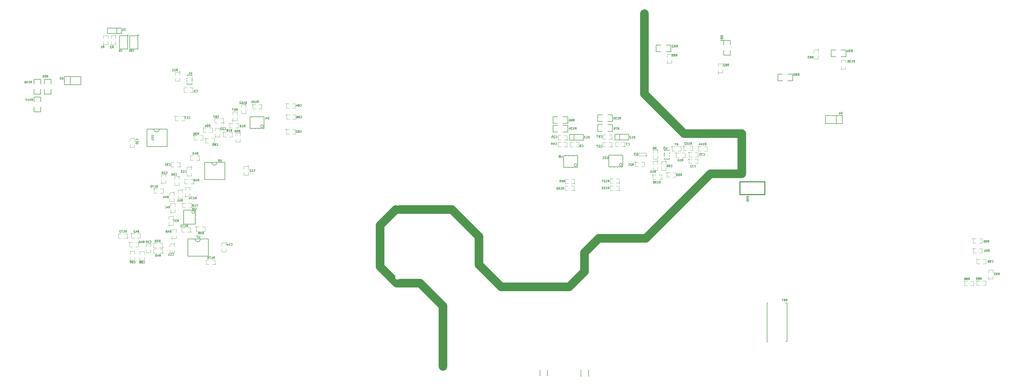
<source format=gbo>
G04 (created by PCBNEW (2013-07-07 BZR 4022)-stable) date 31-01-2015 18:12:54*
%MOIN*%
G04 Gerber Fmt 3.4, Leading zero omitted, Abs format*
%FSLAX34Y34*%
G01*
G70*
G90*
G04 APERTURE LIST*
%ADD10C,0.00590551*%
%ADD11C,0.00787402*%
%ADD12C,0.11811*%
%ADD13C,0.005*%
%ADD14C,0.0039*%
%ADD15C,0.011811*%
%ADD16C,0.0031*%
%ADD17C,0.0059*%
%ADD18C,0.0748031*%
%ADD19C,0.0787402*%
%ADD20C,0.0984252*%
%ADD21C,0.0826772*%
%ADD22C,0.125984*%
%ADD23C,0.11811*%
%ADD24C,0.0629921*%
%ADD25R,0.07X0.07*%
%ADD26C,0.07*%
%ADD27C,0.0590551*%
%ADD28R,0.1X0.05*%
%ADD29O,0.0866142X0.0629921*%
%ADD30R,0.055X0.035*%
%ADD31R,0.0358268X0.0480315*%
%ADD32R,0.08X0.06*%
%ADD33R,0.0492126X0.0787402*%
%ADD34C,0.177165*%
%ADD35R,0.035X0.055*%
%ADD36R,0.229921X0.155118*%
%ADD37R,0.06X0.08*%
%ADD38C,0.15748*%
%ADD39R,0.0787402X0.149606*%
%ADD40C,0.0866142*%
%ADD41R,0.0315X0.0394*%
%ADD42C,0.0708661*%
%ADD43C,0.110236*%
%ADD44R,0.0413386X0.023622*%
%ADD45R,0.05X0.025*%
%ADD46R,0.025X0.05*%
%ADD47R,0.0748031X0.0255906*%
%ADD48C,0.0649606*%
%ADD49C,0.0433071*%
G04 APERTURE END LIST*
G54D10*
G54D11*
X104475Y-13574D02*
X104434Y-13574D01*
G54D12*
X104475Y-24439D02*
X104475Y-13574D01*
X109846Y-29810D02*
X104475Y-24439D01*
X117634Y-29810D02*
X109846Y-29810D01*
X117634Y-35244D02*
X117634Y-29810D01*
X113410Y-35244D02*
X117634Y-35244D01*
X104676Y-43978D02*
X113410Y-35244D01*
X98326Y-43978D02*
X104676Y-43978D01*
X96390Y-45914D02*
X98326Y-43978D01*
X96390Y-48464D02*
X96390Y-45914D01*
X95596Y-49258D02*
X96390Y-48464D01*
X94314Y-50540D02*
X95596Y-49258D01*
X85120Y-50540D02*
X94314Y-50540D01*
X82110Y-47530D02*
X85120Y-50540D01*
X82110Y-43750D02*
X82110Y-47530D01*
X78435Y-40075D02*
X82110Y-43750D01*
X70863Y-40075D02*
X78435Y-40075D01*
X68728Y-42210D02*
X70863Y-40075D01*
X68728Y-47806D02*
X68728Y-42210D01*
X70972Y-50050D02*
X68728Y-47806D01*
X74140Y-50050D02*
X70972Y-50050D01*
X77242Y-53152D02*
X74140Y-50050D01*
X77242Y-61292D02*
X77242Y-53152D01*
G54D11*
X90370Y-62602D02*
X90366Y-62602D01*
X90370Y-61759D02*
X90370Y-62602D01*
X91366Y-61795D02*
X91366Y-62614D01*
X95925Y-62692D02*
X95913Y-62692D01*
X95925Y-61771D02*
X95925Y-62692D01*
X96937Y-62681D02*
X96940Y-62677D01*
X96937Y-62661D02*
X96937Y-62681D01*
X96937Y-61759D02*
X96937Y-62661D01*
G54D10*
X35996Y-17157D02*
X35996Y-17751D01*
X34893Y-17153D02*
X34893Y-17759D01*
G54D13*
X36115Y-16510D02*
G75*
G03X36115Y-16510I-70J0D01*
G74*
G01*
X34894Y-17160D02*
X34894Y-16560D01*
X34894Y-16560D02*
X35994Y-16560D01*
X35994Y-16560D02*
X35994Y-17160D01*
X35994Y-17760D02*
X35994Y-18360D01*
X35994Y-18360D02*
X34894Y-18360D01*
X34894Y-18360D02*
X34894Y-17760D01*
G54D10*
X34625Y-17177D02*
X34622Y-17779D01*
X33531Y-17188D02*
X33531Y-17755D01*
G54D13*
X34749Y-16526D02*
G75*
G03X34749Y-16526I-70J0D01*
G74*
G01*
X33528Y-17176D02*
X33528Y-16576D01*
X33528Y-16576D02*
X34628Y-16576D01*
X34628Y-16576D02*
X34628Y-17176D01*
X34628Y-17776D02*
X34628Y-18376D01*
X34628Y-18376D02*
X33528Y-18376D01*
X33528Y-18376D02*
X33528Y-17776D01*
G54D14*
X31415Y-17779D02*
G75*
G03X31415Y-17779I-50J0D01*
G74*
G01*
X31365Y-17329D02*
X31365Y-17729D01*
X31365Y-17729D02*
X31965Y-17729D01*
X31965Y-17729D02*
X31965Y-17329D01*
X31965Y-16929D02*
X31965Y-16529D01*
X31965Y-16529D02*
X31365Y-16529D01*
X31365Y-16529D02*
X31365Y-16929D01*
X33050Y-16511D02*
G75*
G03X33050Y-16511I-50J0D01*
G74*
G01*
X33000Y-16961D02*
X33000Y-16561D01*
X33000Y-16561D02*
X32400Y-16561D01*
X32400Y-16561D02*
X32400Y-16961D01*
X32400Y-17361D02*
X32400Y-17761D01*
X32400Y-17761D02*
X33000Y-17761D01*
X33000Y-17761D02*
X33000Y-17361D01*
G54D10*
X33176Y-15534D02*
X33173Y-16269D01*
X33788Y-16278D02*
X31913Y-16278D01*
X31913Y-16278D02*
X31913Y-15528D01*
X31913Y-15528D02*
X33791Y-15528D01*
X33791Y-15528D02*
X33785Y-16275D01*
G54D13*
X21960Y-24860D02*
X22860Y-24860D01*
X22860Y-24860D02*
X22860Y-25510D01*
X21960Y-26210D02*
X21960Y-26860D01*
X21960Y-26860D02*
X22860Y-26860D01*
X22860Y-26860D02*
X22860Y-26210D01*
X21960Y-25510D02*
X21960Y-24860D01*
X21960Y-22470D02*
X22860Y-22470D01*
X22860Y-22470D02*
X22860Y-23120D01*
X21960Y-23820D02*
X21960Y-24470D01*
X21960Y-24470D02*
X22860Y-24470D01*
X22860Y-24470D02*
X22860Y-23820D01*
X21960Y-23120D02*
X21960Y-22470D01*
X24270Y-24470D02*
X23370Y-24470D01*
X23370Y-24470D02*
X23370Y-23820D01*
X24270Y-23120D02*
X24270Y-22470D01*
X24270Y-22470D02*
X23370Y-22470D01*
X23370Y-22470D02*
X23370Y-23120D01*
X24270Y-23820D02*
X24270Y-24470D01*
G54D10*
X26866Y-22118D02*
X26862Y-23192D01*
X28311Y-22106D02*
X26074Y-22102D01*
X26074Y-22102D02*
X26074Y-23200D01*
X26074Y-23200D02*
X28326Y-23200D01*
X28326Y-23200D02*
X28326Y-22098D01*
G54D14*
X94101Y-30677D02*
G75*
G03X94101Y-30677I-50J0D01*
G74*
G01*
X93601Y-30677D02*
X94001Y-30677D01*
X94001Y-30677D02*
X94001Y-30077D01*
X94001Y-30077D02*
X93601Y-30077D01*
X93201Y-30077D02*
X92801Y-30077D01*
X92801Y-30077D02*
X92801Y-30677D01*
X92801Y-30677D02*
X93201Y-30677D01*
G54D10*
X123584Y-52748D02*
X123781Y-52748D01*
X123781Y-52748D02*
X123781Y-57945D01*
X123781Y-57945D02*
X123623Y-57945D01*
X121182Y-52748D02*
X121064Y-52748D01*
X121064Y-52748D02*
X121064Y-57985D01*
X121064Y-57985D02*
X121222Y-57985D01*
X130453Y-28445D02*
X130457Y-27370D01*
X129008Y-28456D02*
X131244Y-28460D01*
X131244Y-28460D02*
X131244Y-27362D01*
X131244Y-27362D02*
X128992Y-27362D01*
X128992Y-27362D02*
X128992Y-28464D01*
G54D13*
X116125Y-19200D02*
X115225Y-19200D01*
X115225Y-19200D02*
X115225Y-18550D01*
X116125Y-17850D02*
X116125Y-17200D01*
X116125Y-17200D02*
X115225Y-17200D01*
X115225Y-17200D02*
X115225Y-17850D01*
X116125Y-18550D02*
X116125Y-19200D01*
X106086Y-18757D02*
X106086Y-17857D01*
X106086Y-17857D02*
X106736Y-17857D01*
X107436Y-18757D02*
X108086Y-18757D01*
X108086Y-18757D02*
X108086Y-17857D01*
X108086Y-17857D02*
X107436Y-17857D01*
X106736Y-18757D02*
X106086Y-18757D01*
X129740Y-19395D02*
X129740Y-18495D01*
X129740Y-18495D02*
X130390Y-18495D01*
X131090Y-19395D02*
X131740Y-19395D01*
X131740Y-19395D02*
X131740Y-18495D01*
X131740Y-18495D02*
X131090Y-18495D01*
X130390Y-19395D02*
X129740Y-19395D01*
X122540Y-22690D02*
X122540Y-21790D01*
X122540Y-21790D02*
X123190Y-21790D01*
X123890Y-22690D02*
X124540Y-22690D01*
X124540Y-22690D02*
X124540Y-21790D01*
X124540Y-21790D02*
X123890Y-21790D01*
X123190Y-22690D02*
X122540Y-22690D01*
G54D14*
X131160Y-21120D02*
G75*
G03X131160Y-21120I-50J0D01*
G74*
G01*
X131110Y-20670D02*
X131110Y-21070D01*
X131110Y-21070D02*
X131710Y-21070D01*
X131710Y-21070D02*
X131710Y-20670D01*
X131710Y-20270D02*
X131710Y-19870D01*
X131710Y-19870D02*
X131110Y-19870D01*
X131110Y-19870D02*
X131110Y-20270D01*
X128040Y-18470D02*
G75*
G03X128040Y-18470I-50J0D01*
G74*
G01*
X127990Y-18920D02*
X127990Y-18520D01*
X127990Y-18520D02*
X127390Y-18520D01*
X127390Y-18520D02*
X127390Y-18920D01*
X127390Y-19320D02*
X127390Y-19720D01*
X127390Y-19720D02*
X127990Y-19720D01*
X127990Y-19720D02*
X127990Y-19320D01*
X114540Y-21632D02*
G75*
G03X114540Y-21632I-50J0D01*
G74*
G01*
X114490Y-21182D02*
X114490Y-21582D01*
X114490Y-21582D02*
X115090Y-21582D01*
X115090Y-21582D02*
X115090Y-21182D01*
X115090Y-20782D02*
X115090Y-20382D01*
X115090Y-20382D02*
X114490Y-20382D01*
X114490Y-20382D02*
X114490Y-20782D01*
X107624Y-20335D02*
G75*
G03X107624Y-20335I-50J0D01*
G74*
G01*
X107574Y-19885D02*
X107574Y-20285D01*
X107574Y-20285D02*
X108174Y-20285D01*
X108174Y-20285D02*
X108174Y-19885D01*
X108174Y-19485D02*
X108174Y-19085D01*
X108174Y-19085D02*
X107574Y-19085D01*
X107574Y-19085D02*
X107574Y-19485D01*
X35600Y-30430D02*
G75*
G03X35600Y-30430I-50J0D01*
G74*
G01*
X35550Y-30880D02*
X35550Y-30480D01*
X35550Y-30480D02*
X34950Y-30480D01*
X34950Y-30480D02*
X34950Y-30880D01*
X34950Y-31280D02*
X34950Y-31680D01*
X34950Y-31680D02*
X35550Y-31680D01*
X35550Y-31680D02*
X35550Y-31280D01*
G54D15*
X117409Y-38062D02*
X120771Y-38070D01*
X120771Y-38070D02*
X120767Y-36354D01*
X120767Y-36354D02*
X117409Y-36346D01*
X117409Y-36346D02*
X117413Y-38055D01*
G54D14*
X101164Y-37524D02*
G75*
G03X101164Y-37524I-50J0D01*
G74*
G01*
X100664Y-37524D02*
X101064Y-37524D01*
X101064Y-37524D02*
X101064Y-36924D01*
X101064Y-36924D02*
X100664Y-36924D01*
X100264Y-36924D02*
X99864Y-36924D01*
X99864Y-36924D02*
X99864Y-37524D01*
X99864Y-37524D02*
X100264Y-37524D01*
X95093Y-36559D02*
G75*
G03X95093Y-36559I-50J0D01*
G74*
G01*
X94593Y-36559D02*
X94993Y-36559D01*
X94993Y-36559D02*
X94993Y-35959D01*
X94993Y-35959D02*
X94593Y-35959D01*
X94193Y-35959D02*
X93793Y-35959D01*
X93793Y-35959D02*
X93793Y-36559D01*
X93793Y-36559D02*
X94193Y-36559D01*
X95074Y-37508D02*
G75*
G03X95074Y-37508I-50J0D01*
G74*
G01*
X94574Y-37508D02*
X94974Y-37508D01*
X94974Y-37508D02*
X94974Y-36908D01*
X94974Y-36908D02*
X94574Y-36908D01*
X94174Y-36908D02*
X93774Y-36908D01*
X93774Y-36908D02*
X93774Y-37508D01*
X93774Y-37508D02*
X94174Y-37508D01*
X101188Y-36504D02*
G75*
G03X101188Y-36504I-50J0D01*
G74*
G01*
X100688Y-36504D02*
X101088Y-36504D01*
X101088Y-36504D02*
X101088Y-35904D01*
X101088Y-35904D02*
X100688Y-35904D01*
X100288Y-35904D02*
X99888Y-35904D01*
X99888Y-35904D02*
X99888Y-36504D01*
X99888Y-36504D02*
X100288Y-36504D01*
X94101Y-31618D02*
G75*
G03X94101Y-31618I-50J0D01*
G74*
G01*
X93601Y-31618D02*
X94001Y-31618D01*
X94001Y-31618D02*
X94001Y-31018D01*
X94001Y-31018D02*
X93601Y-31018D01*
X93201Y-31018D02*
X92801Y-31018D01*
X92801Y-31018D02*
X92801Y-31618D01*
X92801Y-31618D02*
X93201Y-31618D01*
X100184Y-31603D02*
G75*
G03X100184Y-31603I-50J0D01*
G74*
G01*
X99684Y-31603D02*
X100084Y-31603D01*
X100084Y-31603D02*
X100084Y-31003D01*
X100084Y-31003D02*
X99684Y-31003D01*
X99284Y-31003D02*
X98884Y-31003D01*
X98884Y-31003D02*
X98884Y-31603D01*
X98884Y-31603D02*
X99284Y-31603D01*
X100184Y-30591D02*
G75*
G03X100184Y-30591I-50J0D01*
G74*
G01*
X99684Y-30591D02*
X100084Y-30591D01*
X100084Y-30591D02*
X100084Y-29991D01*
X100084Y-29991D02*
X99684Y-29991D01*
X99284Y-29991D02*
X98884Y-29991D01*
X98884Y-29991D02*
X98884Y-30591D01*
X98884Y-30591D02*
X99284Y-30591D01*
X95755Y-31618D02*
G75*
G03X95755Y-31618I-50J0D01*
G74*
G01*
X95255Y-31618D02*
X95655Y-31618D01*
X95655Y-31618D02*
X95655Y-31018D01*
X95655Y-31018D02*
X95255Y-31018D01*
X94855Y-31018D02*
X94455Y-31018D01*
X94455Y-31018D02*
X94455Y-31618D01*
X94455Y-31618D02*
X94855Y-31618D01*
X101912Y-31571D02*
G75*
G03X101912Y-31571I-50J0D01*
G74*
G01*
X101412Y-31571D02*
X101812Y-31571D01*
X101812Y-31571D02*
X101812Y-30971D01*
X101812Y-30971D02*
X101412Y-30971D01*
X101012Y-30971D02*
X100612Y-30971D01*
X100612Y-30971D02*
X100612Y-31571D01*
X100612Y-31571D02*
X101012Y-31571D01*
G54D13*
X94137Y-28715D02*
X94137Y-29615D01*
X94137Y-29615D02*
X93487Y-29615D01*
X92787Y-28715D02*
X92137Y-28715D01*
X92137Y-28715D02*
X92137Y-29615D01*
X92137Y-29615D02*
X92787Y-29615D01*
X93487Y-28715D02*
X94137Y-28715D01*
X94137Y-27526D02*
X94137Y-28426D01*
X94137Y-28426D02*
X93487Y-28426D01*
X92787Y-27526D02*
X92137Y-27526D01*
X92137Y-27526D02*
X92137Y-28426D01*
X92137Y-28426D02*
X92787Y-28426D01*
X93487Y-27526D02*
X94137Y-27526D01*
X100188Y-27286D02*
X100188Y-28186D01*
X100188Y-28186D02*
X99538Y-28186D01*
X98838Y-27286D02*
X98188Y-27286D01*
X98188Y-27286D02*
X98188Y-28186D01*
X98188Y-28186D02*
X98838Y-28186D01*
X99538Y-27286D02*
X100188Y-27286D01*
X100188Y-28609D02*
X100188Y-29509D01*
X100188Y-29509D02*
X99538Y-29509D01*
X98838Y-28609D02*
X98188Y-28609D01*
X98188Y-28609D02*
X98188Y-29509D01*
X98188Y-29509D02*
X98838Y-29509D01*
X99538Y-28609D02*
X100188Y-28609D01*
G54D10*
X94984Y-30697D02*
X94987Y-29962D01*
X94372Y-29953D02*
X96247Y-29953D01*
X96247Y-29953D02*
X96247Y-30703D01*
X96247Y-30703D02*
X94369Y-30703D01*
X94369Y-30703D02*
X94375Y-29956D01*
X101126Y-30662D02*
X101129Y-29927D01*
X100514Y-29918D02*
X102389Y-29918D01*
X102389Y-29918D02*
X102389Y-30668D01*
X102389Y-30668D02*
X100511Y-30668D01*
X100511Y-30668D02*
X100517Y-29921D01*
G54D14*
X107448Y-33546D02*
G75*
G03X107448Y-33546I-50J0D01*
G74*
G01*
X107398Y-33996D02*
X107398Y-33596D01*
X107398Y-33596D02*
X106798Y-33596D01*
X106798Y-33596D02*
X106798Y-33996D01*
X106798Y-34396D02*
X106798Y-34796D01*
X106798Y-34796D02*
X107398Y-34796D01*
X107398Y-34796D02*
X107398Y-34396D01*
X106318Y-32015D02*
G75*
G03X106318Y-32015I-50J0D01*
G74*
G01*
X106268Y-32465D02*
X106268Y-32065D01*
X106268Y-32065D02*
X105668Y-32065D01*
X105668Y-32065D02*
X105668Y-32465D01*
X105668Y-32865D02*
X105668Y-33265D01*
X105668Y-33265D02*
X106268Y-33265D01*
X106268Y-33265D02*
X106268Y-32865D01*
X108774Y-32428D02*
G75*
G03X108774Y-32428I-50J0D01*
G74*
G01*
X109174Y-32428D02*
X108774Y-32428D01*
X108774Y-32428D02*
X108774Y-33028D01*
X108774Y-33028D02*
X109174Y-33028D01*
X109574Y-33028D02*
X109974Y-33028D01*
X109974Y-33028D02*
X109974Y-32428D01*
X109974Y-32428D02*
X109574Y-32428D01*
X110510Y-33286D02*
G75*
G03X110510Y-33286I-50J0D01*
G74*
G01*
X110910Y-33286D02*
X110510Y-33286D01*
X110510Y-33286D02*
X110510Y-33886D01*
X110510Y-33886D02*
X110910Y-33886D01*
X111310Y-33886D02*
X111710Y-33886D01*
X111710Y-33886D02*
X111710Y-33286D01*
X111710Y-33286D02*
X111310Y-33286D01*
X109809Y-31495D02*
G75*
G03X109809Y-31495I-50J0D01*
G74*
G01*
X110209Y-31495D02*
X109809Y-31495D01*
X109809Y-31495D02*
X109809Y-32095D01*
X109809Y-32095D02*
X110209Y-32095D01*
X110609Y-32095D02*
X111009Y-32095D01*
X111009Y-32095D02*
X111009Y-31495D01*
X111009Y-31495D02*
X110609Y-31495D01*
X111770Y-31585D02*
G75*
G03X111770Y-31585I-50J0D01*
G74*
G01*
X112170Y-31585D02*
X111770Y-31585D01*
X111770Y-31585D02*
X111770Y-32185D01*
X111770Y-32185D02*
X112170Y-32185D01*
X112570Y-32185D02*
X112970Y-32185D01*
X112970Y-32185D02*
X112970Y-31585D01*
X112970Y-31585D02*
X112570Y-31585D01*
X106318Y-33515D02*
G75*
G03X106318Y-33515I-50J0D01*
G74*
G01*
X106268Y-33965D02*
X106268Y-33565D01*
X106268Y-33565D02*
X105668Y-33565D01*
X105668Y-33565D02*
X105668Y-33965D01*
X105668Y-34365D02*
X105668Y-34765D01*
X105668Y-34765D02*
X106268Y-34765D01*
X106268Y-34765D02*
X106268Y-34365D01*
X110549Y-32385D02*
G75*
G03X110549Y-32385I-50J0D01*
G74*
G01*
X110949Y-32385D02*
X110549Y-32385D01*
X110549Y-32385D02*
X110549Y-32985D01*
X110549Y-32985D02*
X110949Y-32985D01*
X111349Y-32985D02*
X111749Y-32985D01*
X111749Y-32985D02*
X111749Y-32385D01*
X111749Y-32385D02*
X111349Y-32385D01*
X108234Y-31574D02*
G75*
G03X108234Y-31574I-50J0D01*
G74*
G01*
X108634Y-31574D02*
X108234Y-31574D01*
X108234Y-31574D02*
X108234Y-32174D01*
X108234Y-32174D02*
X108634Y-32174D01*
X109034Y-32174D02*
X109434Y-32174D01*
X109434Y-32174D02*
X109434Y-31574D01*
X109434Y-31574D02*
X109034Y-31574D01*
X105640Y-35408D02*
G75*
G03X105640Y-35408I-50J0D01*
G74*
G01*
X106040Y-35408D02*
X105640Y-35408D01*
X105640Y-35408D02*
X105640Y-36008D01*
X105640Y-36008D02*
X106040Y-36008D01*
X106440Y-36008D02*
X106840Y-36008D01*
X106840Y-36008D02*
X106840Y-35408D01*
X106840Y-35408D02*
X106440Y-35408D01*
G54D16*
X104785Y-32791D02*
G75*
G03X104785Y-32791I-62J0D01*
G74*
G01*
X103759Y-32453D02*
X103759Y-32853D01*
X104784Y-32453D02*
X104784Y-32853D01*
X103759Y-32853D02*
X104784Y-32853D01*
X104784Y-32453D02*
X103759Y-32453D01*
G54D14*
X107557Y-35121D02*
G75*
G03X107557Y-35121I-50J0D01*
G74*
G01*
X107957Y-35121D02*
X107557Y-35121D01*
X107557Y-35121D02*
X107557Y-35721D01*
X107557Y-35721D02*
X107957Y-35721D01*
X108357Y-35721D02*
X108757Y-35721D01*
X108757Y-35721D02*
X108757Y-35121D01*
X108757Y-35121D02*
X108357Y-35121D01*
X103281Y-33672D02*
G75*
G03X103281Y-33672I-50J0D01*
G74*
G01*
X103681Y-33672D02*
X103281Y-33672D01*
X103281Y-33672D02*
X103281Y-34272D01*
X103281Y-34272D02*
X103681Y-34272D01*
X104081Y-34272D02*
X104481Y-34272D01*
X104481Y-34272D02*
X104481Y-33672D01*
X104481Y-33672D02*
X104081Y-33672D01*
X56136Y-27266D02*
G75*
G03X56136Y-27266I-50J0D01*
G74*
G01*
X56536Y-27266D02*
X56136Y-27266D01*
X56136Y-27266D02*
X56136Y-27866D01*
X56136Y-27866D02*
X56536Y-27866D01*
X56936Y-27866D02*
X57336Y-27866D01*
X57336Y-27866D02*
X57336Y-27266D01*
X57336Y-27266D02*
X56936Y-27266D01*
X39272Y-36574D02*
G75*
G03X39272Y-36574I-50J0D01*
G74*
G01*
X39222Y-36124D02*
X39222Y-36524D01*
X39222Y-36524D02*
X39822Y-36524D01*
X39822Y-36524D02*
X39822Y-36124D01*
X39822Y-35724D02*
X39822Y-35324D01*
X39822Y-35324D02*
X39222Y-35324D01*
X39222Y-35324D02*
X39222Y-35724D01*
X41615Y-35603D02*
G75*
G03X41615Y-35603I-50J0D01*
G74*
G01*
X41565Y-36053D02*
X41565Y-35653D01*
X41565Y-35653D02*
X40965Y-35653D01*
X40965Y-35653D02*
X40965Y-36053D01*
X40965Y-36453D02*
X40965Y-36853D01*
X40965Y-36853D02*
X41565Y-36853D01*
X41565Y-36853D02*
X41565Y-36453D01*
X47680Y-28380D02*
G75*
G03X47680Y-28380I-50J0D01*
G74*
G01*
X47180Y-28380D02*
X47580Y-28380D01*
X47580Y-28380D02*
X47580Y-27780D01*
X47580Y-27780D02*
X47180Y-27780D01*
X46780Y-27780D02*
X46380Y-27780D01*
X46380Y-27780D02*
X46380Y-28380D01*
X46380Y-28380D02*
X46780Y-28380D01*
X41060Y-27460D02*
G75*
G03X41060Y-27460I-50J0D01*
G74*
G01*
X41460Y-27460D02*
X41060Y-27460D01*
X41060Y-27460D02*
X41060Y-28060D01*
X41060Y-28060D02*
X41460Y-28060D01*
X41860Y-28060D02*
X42260Y-28060D01*
X42260Y-28060D02*
X42260Y-27460D01*
X42260Y-27460D02*
X41860Y-27460D01*
X56096Y-29274D02*
G75*
G03X56096Y-29274I-50J0D01*
G74*
G01*
X56496Y-29274D02*
X56096Y-29274D01*
X56096Y-29274D02*
X56096Y-29874D01*
X56096Y-29874D02*
X56496Y-29874D01*
X56896Y-29874D02*
X57296Y-29874D01*
X57296Y-29874D02*
X57296Y-29274D01*
X57296Y-29274D02*
X56896Y-29274D01*
X43538Y-24205D02*
G75*
G03X43538Y-24205I-50J0D01*
G74*
G01*
X43038Y-24205D02*
X43438Y-24205D01*
X43438Y-24205D02*
X43438Y-23605D01*
X43438Y-23605D02*
X43038Y-23605D01*
X42638Y-23605D02*
X42238Y-23605D01*
X42238Y-23605D02*
X42238Y-24205D01*
X42238Y-24205D02*
X42638Y-24205D01*
X35015Y-47000D02*
G75*
G03X35015Y-47000I-50J0D01*
G74*
G01*
X34965Y-46550D02*
X34965Y-46950D01*
X34965Y-46950D02*
X35565Y-46950D01*
X35565Y-46950D02*
X35565Y-46550D01*
X35565Y-46150D02*
X35565Y-45750D01*
X35565Y-45750D02*
X34965Y-45750D01*
X34965Y-45750D02*
X34965Y-46150D01*
X36335Y-47015D02*
G75*
G03X36335Y-47015I-50J0D01*
G74*
G01*
X36285Y-46565D02*
X36285Y-46965D01*
X36285Y-46965D02*
X36885Y-46965D01*
X36885Y-46965D02*
X36885Y-46565D01*
X36885Y-46165D02*
X36885Y-45765D01*
X36885Y-45765D02*
X36285Y-45765D01*
X36285Y-45765D02*
X36285Y-46165D01*
X37790Y-44690D02*
G75*
G03X37790Y-44690I-50J0D01*
G74*
G01*
X37740Y-45140D02*
X37740Y-44740D01*
X37740Y-44740D02*
X37140Y-44740D01*
X37140Y-44740D02*
X37140Y-45140D01*
X37140Y-45540D02*
X37140Y-45940D01*
X37140Y-45940D02*
X37740Y-45940D01*
X37740Y-45940D02*
X37740Y-45540D01*
X42084Y-39237D02*
G75*
G03X42084Y-39237I-50J0D01*
G74*
G01*
X42484Y-39237D02*
X42084Y-39237D01*
X42084Y-39237D02*
X42084Y-39837D01*
X42084Y-39837D02*
X42484Y-39837D01*
X42884Y-39837D02*
X43284Y-39837D01*
X43284Y-39837D02*
X43284Y-39237D01*
X43284Y-39237D02*
X42884Y-39237D01*
X41000Y-44690D02*
G75*
G03X41000Y-44690I-50J0D01*
G74*
G01*
X40950Y-45140D02*
X40950Y-44740D01*
X40950Y-44740D02*
X40350Y-44740D01*
X40350Y-44740D02*
X40350Y-45140D01*
X40350Y-45540D02*
X40350Y-45940D01*
X40350Y-45940D02*
X40950Y-45940D01*
X40950Y-45940D02*
X40950Y-45540D01*
X51007Y-34194D02*
G75*
G03X51007Y-34194I-50J0D01*
G74*
G01*
X50957Y-34644D02*
X50957Y-34244D01*
X50957Y-34244D02*
X50357Y-34244D01*
X50357Y-34244D02*
X50357Y-34644D01*
X50357Y-35044D02*
X50357Y-35444D01*
X50357Y-35444D02*
X50957Y-35444D01*
X50957Y-35444D02*
X50957Y-35044D01*
X43294Y-34286D02*
G75*
G03X43294Y-34286I-50J0D01*
G74*
G01*
X43244Y-34736D02*
X43244Y-34336D01*
X43244Y-34336D02*
X42644Y-34336D01*
X42644Y-34336D02*
X42644Y-34736D01*
X42644Y-35136D02*
X42644Y-35536D01*
X42644Y-35536D02*
X43244Y-35536D01*
X43244Y-35536D02*
X43244Y-35136D01*
X56096Y-25770D02*
G75*
G03X56096Y-25770I-50J0D01*
G74*
G01*
X56496Y-25770D02*
X56096Y-25770D01*
X56096Y-25770D02*
X56096Y-26370D01*
X56096Y-26370D02*
X56496Y-26370D01*
X56896Y-26370D02*
X57296Y-26370D01*
X57296Y-26370D02*
X57296Y-25770D01*
X57296Y-25770D02*
X56896Y-25770D01*
X41800Y-34320D02*
G75*
G03X41800Y-34320I-50J0D01*
G74*
G01*
X41300Y-34320D02*
X41700Y-34320D01*
X41700Y-34320D02*
X41700Y-33720D01*
X41700Y-33720D02*
X41300Y-33720D01*
X40900Y-33720D02*
X40500Y-33720D01*
X40500Y-33720D02*
X40500Y-34320D01*
X40500Y-34320D02*
X40900Y-34320D01*
X47999Y-44570D02*
G75*
G03X47999Y-44570I-50J0D01*
G74*
G01*
X47949Y-45020D02*
X47949Y-44620D01*
X47949Y-44620D02*
X47349Y-44620D01*
X47349Y-44620D02*
X47349Y-45020D01*
X47349Y-45420D02*
X47349Y-45820D01*
X47349Y-45820D02*
X47949Y-45820D01*
X47949Y-45820D02*
X47949Y-45420D01*
X45170Y-30470D02*
G75*
G03X45170Y-30470I-50J0D01*
G74*
G01*
X45570Y-30470D02*
X45170Y-30470D01*
X45170Y-30470D02*
X45170Y-31070D01*
X45170Y-31070D02*
X45570Y-31070D01*
X45970Y-31070D02*
X46370Y-31070D01*
X46370Y-31070D02*
X46370Y-30470D01*
X46370Y-30470D02*
X45970Y-30470D01*
X46540Y-30310D02*
G75*
G03X46540Y-30310I-50J0D01*
G74*
G01*
X46490Y-29860D02*
X46490Y-30260D01*
X46490Y-30260D02*
X47090Y-30260D01*
X47090Y-30260D02*
X47090Y-29860D01*
X47090Y-29460D02*
X47090Y-29060D01*
X47090Y-29060D02*
X46490Y-29060D01*
X46490Y-29060D02*
X46490Y-29460D01*
X149427Y-46841D02*
G75*
G03X149427Y-46841I-50J0D01*
G74*
G01*
X149827Y-46841D02*
X149427Y-46841D01*
X149427Y-46841D02*
X149427Y-47441D01*
X149427Y-47441D02*
X149827Y-47441D01*
X150227Y-47441D02*
X150627Y-47441D01*
X150627Y-47441D02*
X150627Y-46841D01*
X150627Y-46841D02*
X150227Y-46841D01*
X44414Y-33410D02*
G75*
G03X44414Y-33410I-50J0D01*
G74*
G01*
X43914Y-33410D02*
X44314Y-33410D01*
X44314Y-33410D02*
X44314Y-32810D01*
X44314Y-32810D02*
X43914Y-32810D01*
X43514Y-32810D02*
X43114Y-32810D01*
X43114Y-32810D02*
X43114Y-33410D01*
X43114Y-33410D02*
X43514Y-33410D01*
X40670Y-44054D02*
G75*
G03X40670Y-44054I-50J0D01*
G74*
G01*
X40620Y-43604D02*
X40620Y-44004D01*
X40620Y-44004D02*
X41220Y-44004D01*
X41220Y-44004D02*
X41220Y-43604D01*
X41220Y-43204D02*
X41220Y-42804D01*
X41220Y-42804D02*
X40620Y-42804D01*
X40620Y-42804D02*
X40620Y-43204D01*
X43645Y-36623D02*
G75*
G03X43645Y-36623I-50J0D01*
G74*
G01*
X43145Y-36623D02*
X43545Y-36623D01*
X43545Y-36623D02*
X43545Y-36023D01*
X43545Y-36023D02*
X43145Y-36023D01*
X42745Y-36023D02*
X42345Y-36023D01*
X42345Y-36023D02*
X42345Y-36623D01*
X42345Y-36623D02*
X42745Y-36623D01*
X42499Y-38359D02*
G75*
G03X42499Y-38359I-50J0D01*
G74*
G01*
X42449Y-37909D02*
X42449Y-38309D01*
X42449Y-38309D02*
X43049Y-38309D01*
X43049Y-38309D02*
X43049Y-37909D01*
X43049Y-37509D02*
X43049Y-37109D01*
X43049Y-37109D02*
X42449Y-37109D01*
X42449Y-37109D02*
X42449Y-37509D01*
X43899Y-42442D02*
G75*
G03X43899Y-42442I-50J0D01*
G74*
G01*
X44299Y-42442D02*
X43899Y-42442D01*
X43899Y-42442D02*
X43899Y-43042D01*
X43899Y-43042D02*
X44299Y-43042D01*
X44699Y-43042D02*
X45099Y-43042D01*
X45099Y-43042D02*
X45099Y-42442D01*
X45099Y-42442D02*
X44699Y-42442D01*
X38243Y-37283D02*
G75*
G03X38243Y-37283I-50J0D01*
G74*
G01*
X38643Y-37283D02*
X38243Y-37283D01*
X38243Y-37283D02*
X38243Y-37883D01*
X38243Y-37883D02*
X38643Y-37883D01*
X39043Y-37883D02*
X39443Y-37883D01*
X39443Y-37883D02*
X39443Y-37283D01*
X39443Y-37283D02*
X39043Y-37283D01*
X40504Y-40536D02*
G75*
G03X40504Y-40536I-50J0D01*
G74*
G01*
X40454Y-40086D02*
X40454Y-40486D01*
X40454Y-40486D02*
X41054Y-40486D01*
X41054Y-40486D02*
X41054Y-40086D01*
X41054Y-39686D02*
X41054Y-39286D01*
X41054Y-39286D02*
X40454Y-39286D01*
X40454Y-39286D02*
X40454Y-39686D01*
X51550Y-25860D02*
G75*
G03X51550Y-25860I-50J0D01*
G74*
G01*
X51950Y-25860D02*
X51550Y-25860D01*
X51550Y-25860D02*
X51550Y-26460D01*
X51550Y-26460D02*
X51950Y-26460D01*
X52350Y-26460D02*
X52750Y-26460D01*
X52750Y-26460D02*
X52750Y-25860D01*
X52750Y-25860D02*
X52350Y-25860D01*
X50650Y-25850D02*
G75*
G03X50650Y-25850I-50J0D01*
G74*
G01*
X50600Y-26300D02*
X50600Y-25900D01*
X50600Y-25900D02*
X50000Y-25900D01*
X50000Y-25900D02*
X50000Y-26300D01*
X50000Y-26700D02*
X50000Y-27100D01*
X50000Y-27100D02*
X50600Y-27100D01*
X50600Y-27100D02*
X50600Y-26700D01*
X41731Y-21444D02*
G75*
G03X41731Y-21444I-50J0D01*
G74*
G01*
X41681Y-21894D02*
X41681Y-21494D01*
X41681Y-21494D02*
X41081Y-21494D01*
X41081Y-21494D02*
X41081Y-21894D01*
X41081Y-22294D02*
X41081Y-22694D01*
X41081Y-22694D02*
X41681Y-22694D01*
X41681Y-22694D02*
X41681Y-22294D01*
X42088Y-37389D02*
G75*
G03X42088Y-37389I-50J0D01*
G74*
G01*
X42038Y-37839D02*
X42038Y-37439D01*
X42038Y-37439D02*
X41438Y-37439D01*
X41438Y-37439D02*
X41438Y-37839D01*
X41438Y-38239D02*
X41438Y-38639D01*
X41438Y-38639D02*
X42038Y-38639D01*
X42038Y-38639D02*
X42038Y-38239D01*
X40955Y-37765D02*
G75*
G03X40955Y-37765I-50J0D01*
G74*
G01*
X40905Y-38215D02*
X40905Y-37815D01*
X40905Y-37815D02*
X40305Y-37815D01*
X40305Y-37815D02*
X40305Y-38215D01*
X40305Y-38615D02*
X40305Y-39015D01*
X40305Y-39015D02*
X40905Y-39015D01*
X40905Y-39015D02*
X40905Y-38615D01*
X40266Y-42258D02*
G75*
G03X40266Y-42258I-50J0D01*
G74*
G01*
X40216Y-41808D02*
X40216Y-42208D01*
X40216Y-42208D02*
X40816Y-42208D01*
X40816Y-42208D02*
X40816Y-41808D01*
X40816Y-41408D02*
X40816Y-41008D01*
X40816Y-41008D02*
X40216Y-41008D01*
X40216Y-41008D02*
X40216Y-41408D01*
X34692Y-43959D02*
G75*
G03X34692Y-43959I-50J0D01*
G74*
G01*
X34192Y-43959D02*
X34592Y-43959D01*
X34592Y-43959D02*
X34592Y-43359D01*
X34592Y-43359D02*
X34192Y-43359D01*
X33792Y-43359D02*
X33392Y-43359D01*
X33392Y-43359D02*
X33392Y-43959D01*
X33392Y-43959D02*
X33792Y-43959D01*
X43243Y-43154D02*
G75*
G03X43243Y-43154I-50J0D01*
G74*
G01*
X42743Y-43154D02*
X43143Y-43154D01*
X43143Y-43154D02*
X43143Y-42554D01*
X43143Y-42554D02*
X42743Y-42554D01*
X42343Y-42554D02*
X41943Y-42554D01*
X41943Y-42554D02*
X41943Y-43154D01*
X41943Y-43154D02*
X42343Y-43154D01*
X39450Y-45237D02*
G75*
G03X39450Y-45237I-50J0D01*
G74*
G01*
X38950Y-45237D02*
X39350Y-45237D01*
X39350Y-45237D02*
X39350Y-44637D01*
X39350Y-44637D02*
X38950Y-44637D01*
X38550Y-44637D02*
X38150Y-44637D01*
X38150Y-44637D02*
X38150Y-45237D01*
X38150Y-45237D02*
X38550Y-45237D01*
X39445Y-46007D02*
G75*
G03X39445Y-46007I-50J0D01*
G74*
G01*
X38945Y-46007D02*
X39345Y-46007D01*
X39345Y-46007D02*
X39345Y-45407D01*
X39345Y-45407D02*
X38945Y-45407D01*
X38545Y-45407D02*
X38145Y-45407D01*
X38145Y-45407D02*
X38145Y-46007D01*
X38145Y-46007D02*
X38545Y-46007D01*
X35156Y-43338D02*
G75*
G03X35156Y-43338I-50J0D01*
G74*
G01*
X35556Y-43338D02*
X35156Y-43338D01*
X35156Y-43338D02*
X35156Y-43938D01*
X35156Y-43938D02*
X35556Y-43938D01*
X35956Y-43938D02*
X36356Y-43938D01*
X36356Y-43938D02*
X36356Y-43338D01*
X36356Y-43338D02*
X35956Y-43338D01*
X34860Y-44526D02*
G75*
G03X34860Y-44526I-50J0D01*
G74*
G01*
X35260Y-44526D02*
X34860Y-44526D01*
X34860Y-44526D02*
X34860Y-45126D01*
X34860Y-45126D02*
X35260Y-45126D01*
X35660Y-45126D02*
X36060Y-45126D01*
X36060Y-45126D02*
X36060Y-44526D01*
X36060Y-44526D02*
X35660Y-44526D01*
X46540Y-47520D02*
G75*
G03X46540Y-47520I-50J0D01*
G74*
G01*
X46040Y-47520D02*
X46440Y-47520D01*
X46440Y-47520D02*
X46440Y-46920D01*
X46440Y-46920D02*
X46040Y-46920D01*
X45640Y-46920D02*
X45240Y-46920D01*
X45240Y-46920D02*
X45240Y-47520D01*
X45240Y-47520D02*
X45640Y-47520D01*
X43610Y-30080D02*
G75*
G03X43610Y-30080I-50J0D01*
G74*
G01*
X44010Y-30080D02*
X43610Y-30080D01*
X43610Y-30080D02*
X43610Y-30680D01*
X43610Y-30680D02*
X44010Y-30680D01*
X44410Y-30680D02*
X44810Y-30680D01*
X44810Y-30680D02*
X44810Y-30080D01*
X44810Y-30080D02*
X44410Y-30080D01*
X47590Y-29670D02*
G75*
G03X47590Y-29670I-50J0D01*
G74*
G01*
X47990Y-29670D02*
X47590Y-29670D01*
X47590Y-29670D02*
X47590Y-30270D01*
X47590Y-30270D02*
X47990Y-30270D01*
X48390Y-30270D02*
X48790Y-30270D01*
X48790Y-30270D02*
X48790Y-29670D01*
X48790Y-29670D02*
X48390Y-29670D01*
X48880Y-28130D02*
G75*
G03X48880Y-28130I-50J0D01*
G74*
G01*
X48830Y-27680D02*
X48830Y-28080D01*
X48830Y-28080D02*
X49430Y-28080D01*
X49430Y-28080D02*
X49430Y-27680D01*
X49430Y-27280D02*
X49430Y-26880D01*
X49430Y-26880D02*
X48830Y-26880D01*
X48830Y-26880D02*
X48830Y-27280D01*
X44886Y-29058D02*
G75*
G03X44886Y-29058I-50J0D01*
G74*
G01*
X45286Y-29058D02*
X44886Y-29058D01*
X44886Y-29058D02*
X44886Y-29658D01*
X44886Y-29658D02*
X45286Y-29658D01*
X45686Y-29658D02*
X46086Y-29658D01*
X46086Y-29658D02*
X46086Y-29058D01*
X46086Y-29058D02*
X45686Y-29058D01*
X148955Y-44046D02*
G75*
G03X148955Y-44046I-50J0D01*
G74*
G01*
X149355Y-44046D02*
X148955Y-44046D01*
X148955Y-44046D02*
X148955Y-44646D01*
X148955Y-44646D02*
X149355Y-44646D01*
X149755Y-44646D02*
X150155Y-44646D01*
X150155Y-44646D02*
X150155Y-44046D01*
X150155Y-44046D02*
X149755Y-44046D01*
X48450Y-28430D02*
G75*
G03X48450Y-28430I-50J0D01*
G74*
G01*
X48850Y-28430D02*
X48450Y-28430D01*
X48450Y-28430D02*
X48450Y-29030D01*
X48450Y-29030D02*
X48850Y-29030D01*
X49250Y-29030D02*
X49650Y-29030D01*
X49650Y-29030D02*
X49650Y-28430D01*
X49650Y-28430D02*
X49250Y-28430D01*
X49880Y-29690D02*
G75*
G03X49880Y-29690I-50J0D01*
G74*
G01*
X49830Y-30140D02*
X49830Y-29740D01*
X49830Y-29740D02*
X49230Y-29740D01*
X49230Y-29740D02*
X49230Y-30140D01*
X49230Y-30540D02*
X49230Y-30940D01*
X49230Y-30940D02*
X49830Y-30940D01*
X49830Y-30940D02*
X49830Y-30540D01*
X148955Y-45385D02*
G75*
G03X148955Y-45385I-50J0D01*
G74*
G01*
X149355Y-45385D02*
X148955Y-45385D01*
X148955Y-45385D02*
X148955Y-45985D01*
X148955Y-45985D02*
X149355Y-45985D01*
X149755Y-45985D02*
X150155Y-45985D01*
X150155Y-45985D02*
X150155Y-45385D01*
X150155Y-45385D02*
X149755Y-45385D01*
X147774Y-49794D02*
G75*
G03X147774Y-49794I-50J0D01*
G74*
G01*
X148174Y-49794D02*
X147774Y-49794D01*
X147774Y-49794D02*
X147774Y-50394D01*
X147774Y-50394D02*
X148174Y-50394D01*
X148574Y-50394D02*
X148974Y-50394D01*
X148974Y-50394D02*
X148974Y-49794D01*
X148974Y-49794D02*
X148574Y-49794D01*
X149427Y-49755D02*
G75*
G03X149427Y-49755I-50J0D01*
G74*
G01*
X149827Y-49755D02*
X149427Y-49755D01*
X149427Y-49755D02*
X149427Y-50355D01*
X149427Y-50355D02*
X149827Y-50355D01*
X150227Y-50355D02*
X150627Y-50355D01*
X150627Y-50355D02*
X150627Y-49755D01*
X150627Y-49755D02*
X150227Y-49755D01*
X151076Y-49524D02*
G75*
G03X151076Y-49524I-50J0D01*
G74*
G01*
X151026Y-49074D02*
X151026Y-49474D01*
X151026Y-49474D02*
X151626Y-49474D01*
X151626Y-49474D02*
X151626Y-49074D01*
X151626Y-48674D02*
X151626Y-48274D01*
X151626Y-48274D02*
X151026Y-48274D01*
X151026Y-48274D02*
X151026Y-48674D01*
G54D13*
X43346Y-21927D02*
X42646Y-21927D01*
X42646Y-21927D02*
X42646Y-23127D01*
X42646Y-23127D02*
X43346Y-23127D01*
X43346Y-23127D02*
X43346Y-21927D01*
X107161Y-33265D02*
X107861Y-33265D01*
X107861Y-33265D02*
X107861Y-32065D01*
X107861Y-32065D02*
X107161Y-32065D01*
X107161Y-32065D02*
X107161Y-33265D01*
X42220Y-40160D02*
X43780Y-40160D01*
X43780Y-40160D02*
X43780Y-42060D01*
X43780Y-42060D02*
X42220Y-42060D01*
X42220Y-42060D02*
X42220Y-40160D01*
X42220Y-40360D02*
X41790Y-40360D01*
X42220Y-40860D02*
X41790Y-40860D01*
X42220Y-41360D02*
X41790Y-41360D01*
X41790Y-41860D02*
X42220Y-41860D01*
X43780Y-41860D02*
X44210Y-41860D01*
X44210Y-41360D02*
X43780Y-41360D01*
X44210Y-40860D02*
X43780Y-40860D01*
X44210Y-40360D02*
X43780Y-40360D01*
X43676Y-40450D02*
G75*
G03X43676Y-40450I-186J0D01*
G74*
G01*
X53090Y-27556D02*
X53090Y-29116D01*
X53090Y-29116D02*
X51190Y-29116D01*
X51190Y-29116D02*
X51190Y-27556D01*
X51190Y-27556D02*
X53090Y-27556D01*
X52890Y-27556D02*
X52890Y-27126D01*
X52390Y-27556D02*
X52390Y-27126D01*
X51890Y-27556D02*
X51890Y-27126D01*
X51390Y-27126D02*
X51390Y-27556D01*
X51390Y-29116D02*
X51390Y-29546D01*
X51890Y-29546D02*
X51890Y-29116D01*
X52390Y-29546D02*
X52390Y-29116D01*
X52890Y-29546D02*
X52890Y-29116D01*
X52986Y-28826D02*
G75*
G03X52986Y-28826I-186J0D01*
G74*
G01*
G54D10*
X44454Y-44098D02*
G75*
G02X44100Y-44452I-354J0D01*
G74*
G01*
X44100Y-44452D02*
G75*
G02X43725Y-44078I0J374D01*
G74*
G01*
X42781Y-44078D02*
X45537Y-44078D01*
X42781Y-46421D02*
X45537Y-46421D01*
X45537Y-46401D02*
X45537Y-44078D01*
X42781Y-46401D02*
X42781Y-44078D01*
X45537Y-45574D02*
X45537Y-46165D01*
X42781Y-45535D02*
X42781Y-45948D01*
X46708Y-33728D02*
G75*
G02X46354Y-34082I-354J0D01*
G74*
G01*
X46354Y-34082D02*
G75*
G02X45979Y-33708I0J374D01*
G74*
G01*
X45035Y-33708D02*
X47791Y-33708D01*
X45035Y-36051D02*
X47791Y-36051D01*
X47791Y-36031D02*
X47791Y-33708D01*
X45035Y-36031D02*
X45035Y-33708D01*
X47791Y-35204D02*
X47791Y-35795D01*
X45035Y-35165D02*
X45035Y-35578D01*
G54D13*
X95465Y-32806D02*
X95465Y-34366D01*
X95465Y-34366D02*
X93565Y-34366D01*
X93565Y-34366D02*
X93565Y-32806D01*
X93565Y-32806D02*
X95465Y-32806D01*
X95265Y-32806D02*
X95265Y-32376D01*
X94765Y-32806D02*
X94765Y-32376D01*
X94265Y-32806D02*
X94265Y-32376D01*
X93765Y-32376D02*
X93765Y-32806D01*
X93765Y-34366D02*
X93765Y-34796D01*
X94265Y-34796D02*
X94265Y-34366D01*
X94765Y-34796D02*
X94765Y-34366D01*
X95265Y-34796D02*
X95265Y-34366D01*
X95361Y-34076D02*
G75*
G03X95361Y-34076I-186J0D01*
G74*
G01*
X101568Y-32751D02*
X101568Y-34311D01*
X101568Y-34311D02*
X99668Y-34311D01*
X99668Y-34311D02*
X99668Y-32751D01*
X99668Y-32751D02*
X101568Y-32751D01*
X101368Y-32751D02*
X101368Y-32321D01*
X100868Y-32751D02*
X100868Y-32321D01*
X100368Y-32751D02*
X100368Y-32321D01*
X99868Y-32321D02*
X99868Y-32751D01*
X99868Y-34311D02*
X99868Y-34741D01*
X100368Y-34741D02*
X100368Y-34311D01*
X100868Y-34741D02*
X100868Y-34311D01*
X101368Y-34741D02*
X101368Y-34311D01*
X101464Y-34021D02*
G75*
G03X101464Y-34021I-186J0D01*
G74*
G01*
G54D10*
X38904Y-29238D02*
G75*
G02X38550Y-29592I-354J0D01*
G74*
G01*
X38550Y-29592D02*
G75*
G02X38175Y-29218I0J374D01*
G74*
G01*
X37231Y-29218D02*
X39987Y-29218D01*
X37231Y-31561D02*
X39987Y-31561D01*
X39987Y-31541D02*
X39987Y-29218D01*
X37231Y-31541D02*
X37231Y-29218D01*
X39987Y-30714D02*
X39987Y-31305D01*
X37231Y-30675D02*
X37231Y-31088D01*
G54D13*
X35331Y-18678D02*
X35342Y-18689D01*
X35376Y-18701D01*
X35399Y-18701D01*
X35432Y-18689D01*
X35455Y-18667D01*
X35466Y-18645D01*
X35477Y-18600D01*
X35477Y-18566D01*
X35466Y-18521D01*
X35455Y-18498D01*
X35432Y-18476D01*
X35399Y-18465D01*
X35376Y-18465D01*
X35342Y-18476D01*
X35331Y-18487D01*
X35219Y-18701D02*
X35174Y-18701D01*
X35151Y-18689D01*
X35140Y-18678D01*
X35118Y-18645D01*
X35106Y-18600D01*
X35106Y-18510D01*
X35118Y-18487D01*
X35129Y-18476D01*
X35151Y-18465D01*
X35196Y-18465D01*
X35219Y-18476D01*
X35230Y-18487D01*
X35241Y-18510D01*
X35241Y-18566D01*
X35230Y-18588D01*
X35219Y-18600D01*
X35196Y-18611D01*
X35151Y-18611D01*
X35129Y-18600D01*
X35118Y-18588D01*
X35106Y-18566D01*
X35016Y-18487D02*
X35005Y-18476D01*
X34983Y-18465D01*
X34926Y-18465D01*
X34904Y-18476D01*
X34893Y-18487D01*
X34881Y-18510D01*
X34881Y-18532D01*
X34893Y-18566D01*
X35028Y-18701D01*
X34881Y-18701D01*
X33713Y-18699D02*
X33724Y-18710D01*
X33758Y-18721D01*
X33780Y-18721D01*
X33814Y-18710D01*
X33836Y-18688D01*
X33848Y-18665D01*
X33859Y-18620D01*
X33859Y-18587D01*
X33848Y-18542D01*
X33836Y-18519D01*
X33814Y-18497D01*
X33780Y-18485D01*
X33758Y-18485D01*
X33724Y-18497D01*
X33713Y-18508D01*
X33623Y-18508D02*
X33611Y-18497D01*
X33589Y-18485D01*
X33533Y-18485D01*
X33510Y-18497D01*
X33499Y-18508D01*
X33488Y-18530D01*
X33488Y-18553D01*
X33499Y-18587D01*
X33634Y-18721D01*
X33488Y-18721D01*
G54D10*
X31284Y-18219D02*
X31376Y-18088D01*
X31441Y-18219D02*
X31441Y-17943D01*
X31336Y-17943D01*
X31310Y-17957D01*
X31297Y-17970D01*
X31284Y-17996D01*
X31284Y-18035D01*
X31297Y-18061D01*
X31310Y-18075D01*
X31336Y-18088D01*
X31441Y-18088D01*
X31021Y-18219D02*
X31179Y-18219D01*
X31100Y-18219D02*
X31100Y-17943D01*
X31126Y-17983D01*
X31153Y-18009D01*
X31179Y-18022D01*
X32538Y-18229D02*
X32630Y-18098D01*
X32696Y-18229D02*
X32696Y-17954D01*
X32591Y-17954D01*
X32564Y-17967D01*
X32551Y-17980D01*
X32538Y-18006D01*
X32538Y-18046D01*
X32551Y-18072D01*
X32564Y-18085D01*
X32591Y-18098D01*
X32696Y-18098D01*
X32433Y-17980D02*
X32420Y-17967D01*
X32394Y-17954D01*
X32328Y-17954D01*
X32302Y-17967D01*
X32289Y-17980D01*
X32276Y-18006D01*
X32276Y-18033D01*
X32289Y-18072D01*
X32446Y-18229D01*
X32276Y-18229D01*
X34305Y-15863D02*
X34305Y-15587D01*
X34240Y-15587D01*
X34200Y-15601D01*
X34174Y-15627D01*
X34161Y-15653D01*
X34148Y-15706D01*
X34148Y-15745D01*
X34161Y-15797D01*
X34174Y-15824D01*
X34200Y-15850D01*
X34240Y-15863D01*
X34305Y-15863D01*
X33885Y-15863D02*
X34043Y-15863D01*
X33964Y-15863D02*
X33964Y-15587D01*
X33990Y-15627D01*
X34017Y-15653D01*
X34043Y-15666D01*
X21627Y-25380D02*
X21719Y-25249D01*
X21785Y-25380D02*
X21785Y-25105D01*
X21680Y-25105D01*
X21654Y-25118D01*
X21640Y-25131D01*
X21627Y-25157D01*
X21627Y-25197D01*
X21640Y-25223D01*
X21654Y-25236D01*
X21680Y-25249D01*
X21785Y-25249D01*
X21365Y-25380D02*
X21522Y-25380D01*
X21444Y-25380D02*
X21444Y-25105D01*
X21470Y-25144D01*
X21496Y-25171D01*
X21522Y-25184D01*
X21129Y-25197D02*
X21129Y-25380D01*
X21194Y-25092D02*
X21260Y-25289D01*
X21089Y-25289D01*
X21011Y-25105D02*
X20827Y-25105D01*
X20945Y-25380D01*
X21490Y-22979D02*
X21581Y-22847D01*
X21647Y-22979D02*
X21647Y-22703D01*
X21542Y-22703D01*
X21516Y-22716D01*
X21503Y-22729D01*
X21490Y-22756D01*
X21490Y-22795D01*
X21503Y-22821D01*
X21516Y-22834D01*
X21542Y-22847D01*
X21647Y-22847D01*
X21227Y-22979D02*
X21385Y-22979D01*
X21306Y-22979D02*
X21306Y-22703D01*
X21332Y-22742D01*
X21358Y-22769D01*
X21385Y-22782D01*
X20991Y-22795D02*
X20991Y-22979D01*
X21056Y-22690D02*
X21122Y-22887D01*
X20951Y-22887D01*
X20728Y-22703D02*
X20781Y-22703D01*
X20807Y-22716D01*
X20820Y-22729D01*
X20847Y-22769D01*
X20860Y-22821D01*
X20860Y-22926D01*
X20847Y-22952D01*
X20833Y-22966D01*
X20807Y-22979D01*
X20755Y-22979D01*
X20728Y-22966D01*
X20715Y-22952D01*
X20702Y-22926D01*
X20702Y-22861D01*
X20715Y-22834D01*
X20728Y-22821D01*
X20755Y-22808D01*
X20807Y-22808D01*
X20833Y-22821D01*
X20847Y-22834D01*
X20860Y-22861D01*
X23690Y-22219D02*
X23781Y-22088D01*
X23847Y-22219D02*
X23847Y-21943D01*
X23742Y-21943D01*
X23716Y-21956D01*
X23703Y-21970D01*
X23690Y-21996D01*
X23690Y-22035D01*
X23703Y-22061D01*
X23716Y-22074D01*
X23742Y-22088D01*
X23847Y-22088D01*
X23440Y-21943D02*
X23571Y-21943D01*
X23585Y-22074D01*
X23571Y-22061D01*
X23545Y-22048D01*
X23480Y-22048D01*
X23453Y-22061D01*
X23440Y-22074D01*
X23427Y-22101D01*
X23427Y-22166D01*
X23440Y-22193D01*
X23453Y-22206D01*
X23480Y-22219D01*
X23545Y-22219D01*
X23571Y-22206D01*
X23585Y-22193D01*
X23178Y-21943D02*
X23309Y-21943D01*
X23322Y-22074D01*
X23309Y-22061D01*
X23283Y-22048D01*
X23217Y-22048D01*
X23191Y-22061D01*
X23178Y-22074D01*
X23165Y-22101D01*
X23165Y-22166D01*
X23178Y-22193D01*
X23191Y-22206D01*
X23217Y-22219D01*
X23283Y-22219D01*
X23309Y-22206D01*
X23322Y-22193D01*
X25916Y-22469D02*
X25916Y-22194D01*
X25850Y-22194D01*
X25811Y-22207D01*
X25784Y-22233D01*
X25771Y-22259D01*
X25758Y-22312D01*
X25758Y-22351D01*
X25771Y-22404D01*
X25784Y-22430D01*
X25811Y-22456D01*
X25850Y-22469D01*
X25916Y-22469D01*
X25666Y-22194D02*
X25496Y-22194D01*
X25587Y-22299D01*
X25548Y-22299D01*
X25522Y-22312D01*
X25509Y-22325D01*
X25496Y-22351D01*
X25496Y-22417D01*
X25509Y-22443D01*
X25522Y-22456D01*
X25548Y-22469D01*
X25627Y-22469D01*
X25653Y-22456D01*
X25666Y-22443D01*
X92480Y-30368D02*
X92493Y-30381D01*
X92532Y-30395D01*
X92559Y-30395D01*
X92598Y-30381D01*
X92624Y-30355D01*
X92637Y-30329D01*
X92650Y-30276D01*
X92650Y-30237D01*
X92637Y-30185D01*
X92624Y-30158D01*
X92598Y-30132D01*
X92559Y-30119D01*
X92532Y-30119D01*
X92493Y-30132D01*
X92480Y-30145D01*
X92375Y-30145D02*
X92362Y-30132D01*
X92335Y-30119D01*
X92270Y-30119D01*
X92244Y-30132D01*
X92230Y-30145D01*
X92217Y-30171D01*
X92217Y-30198D01*
X92230Y-30237D01*
X92388Y-30395D01*
X92217Y-30395D01*
X91968Y-30119D02*
X92099Y-30119D01*
X92112Y-30250D01*
X92099Y-30237D01*
X92073Y-30224D01*
X92007Y-30224D01*
X91981Y-30237D01*
X91968Y-30250D01*
X91955Y-30276D01*
X91955Y-30342D01*
X91968Y-30368D01*
X91981Y-30381D01*
X92007Y-30395D01*
X92073Y-30395D01*
X92099Y-30381D01*
X92112Y-30368D01*
X123631Y-52489D02*
X123723Y-52358D01*
X123788Y-52489D02*
X123788Y-52213D01*
X123683Y-52213D01*
X123657Y-52227D01*
X123644Y-52240D01*
X123631Y-52266D01*
X123631Y-52305D01*
X123644Y-52332D01*
X123657Y-52345D01*
X123683Y-52358D01*
X123788Y-52358D01*
X123473Y-52332D02*
X123499Y-52318D01*
X123513Y-52305D01*
X123526Y-52279D01*
X123526Y-52266D01*
X123513Y-52240D01*
X123499Y-52227D01*
X123473Y-52213D01*
X123421Y-52213D01*
X123394Y-52227D01*
X123381Y-52240D01*
X123368Y-52266D01*
X123368Y-52279D01*
X123381Y-52305D01*
X123394Y-52318D01*
X123421Y-52332D01*
X123473Y-52332D01*
X123499Y-52345D01*
X123513Y-52358D01*
X123526Y-52384D01*
X123526Y-52437D01*
X123513Y-52463D01*
X123499Y-52476D01*
X123473Y-52489D01*
X123421Y-52489D01*
X123394Y-52476D01*
X123381Y-52463D01*
X123368Y-52437D01*
X123368Y-52384D01*
X123381Y-52358D01*
X123394Y-52345D01*
X123421Y-52332D01*
X123276Y-52213D02*
X123093Y-52213D01*
X123211Y-52489D01*
X131243Y-27196D02*
X131243Y-26920D01*
X131177Y-26920D01*
X131138Y-26934D01*
X131112Y-26960D01*
X131099Y-26986D01*
X131085Y-27039D01*
X131085Y-27078D01*
X131099Y-27130D01*
X131112Y-27157D01*
X131138Y-27183D01*
X131177Y-27196D01*
X131243Y-27196D01*
X130849Y-27012D02*
X130849Y-27196D01*
X130915Y-26907D02*
X130980Y-27104D01*
X130810Y-27104D01*
G54D13*
X115108Y-16709D02*
X114965Y-16609D01*
X115108Y-16537D02*
X114808Y-16537D01*
X114808Y-16652D01*
X114822Y-16680D01*
X114837Y-16694D01*
X114865Y-16709D01*
X114908Y-16709D01*
X114937Y-16694D01*
X114951Y-16680D01*
X114965Y-16652D01*
X114965Y-16537D01*
X114937Y-16880D02*
X114922Y-16852D01*
X114908Y-16837D01*
X114879Y-16823D01*
X114865Y-16823D01*
X114837Y-16837D01*
X114822Y-16852D01*
X114808Y-16880D01*
X114808Y-16937D01*
X114822Y-16966D01*
X114837Y-16980D01*
X114865Y-16994D01*
X114879Y-16994D01*
X114908Y-16980D01*
X114922Y-16966D01*
X114937Y-16937D01*
X114937Y-16880D01*
X114951Y-16852D01*
X114965Y-16837D01*
X114994Y-16823D01*
X115051Y-16823D01*
X115079Y-16837D01*
X115094Y-16852D01*
X115108Y-16880D01*
X115108Y-16937D01*
X115094Y-16966D01*
X115079Y-16980D01*
X115051Y-16994D01*
X114994Y-16994D01*
X114965Y-16980D01*
X114951Y-16966D01*
X114937Y-16937D01*
X115108Y-17280D02*
X115108Y-17109D01*
X115108Y-17194D02*
X114808Y-17194D01*
X114851Y-17166D01*
X114879Y-17137D01*
X114894Y-17109D01*
X108805Y-18134D02*
X108905Y-17991D01*
X108976Y-18134D02*
X108976Y-17834D01*
X108862Y-17834D01*
X108834Y-17848D01*
X108819Y-17863D01*
X108805Y-17891D01*
X108805Y-17934D01*
X108819Y-17963D01*
X108834Y-17977D01*
X108862Y-17991D01*
X108976Y-17991D01*
X108662Y-18134D02*
X108605Y-18134D01*
X108576Y-18120D01*
X108562Y-18105D01*
X108534Y-18063D01*
X108519Y-18005D01*
X108519Y-17891D01*
X108534Y-17863D01*
X108548Y-17848D01*
X108576Y-17834D01*
X108634Y-17834D01*
X108662Y-17848D01*
X108676Y-17863D01*
X108691Y-17891D01*
X108691Y-17963D01*
X108676Y-17991D01*
X108662Y-18005D01*
X108634Y-18020D01*
X108576Y-18020D01*
X108548Y-18005D01*
X108534Y-17991D01*
X108519Y-17963D01*
X108405Y-17863D02*
X108391Y-17848D01*
X108362Y-17834D01*
X108291Y-17834D01*
X108262Y-17848D01*
X108248Y-17863D01*
X108234Y-17891D01*
X108234Y-17920D01*
X108248Y-17963D01*
X108419Y-18134D01*
X108234Y-18134D01*
X132430Y-18776D02*
X132530Y-18633D01*
X132602Y-18776D02*
X132602Y-18476D01*
X132488Y-18476D01*
X132459Y-18490D01*
X132445Y-18505D01*
X132430Y-18533D01*
X132430Y-18576D01*
X132445Y-18605D01*
X132459Y-18619D01*
X132488Y-18633D01*
X132602Y-18633D01*
X132288Y-18776D02*
X132230Y-18776D01*
X132202Y-18762D01*
X132188Y-18747D01*
X132159Y-18705D01*
X132145Y-18647D01*
X132145Y-18533D01*
X132159Y-18505D01*
X132173Y-18490D01*
X132202Y-18476D01*
X132259Y-18476D01*
X132288Y-18490D01*
X132302Y-18505D01*
X132316Y-18533D01*
X132316Y-18605D01*
X132302Y-18633D01*
X132288Y-18647D01*
X132259Y-18662D01*
X132202Y-18662D01*
X132173Y-18647D01*
X132159Y-18633D01*
X132145Y-18605D01*
X131888Y-18576D02*
X131888Y-18776D01*
X131959Y-18462D02*
X132030Y-18676D01*
X131845Y-18676D01*
X125233Y-21983D02*
X125333Y-21840D01*
X125405Y-21983D02*
X125405Y-21683D01*
X125291Y-21683D01*
X125262Y-21697D01*
X125248Y-21712D01*
X125233Y-21740D01*
X125233Y-21783D01*
X125248Y-21812D01*
X125262Y-21826D01*
X125291Y-21840D01*
X125405Y-21840D01*
X125062Y-21812D02*
X125091Y-21797D01*
X125105Y-21783D01*
X125119Y-21754D01*
X125119Y-21740D01*
X125105Y-21712D01*
X125091Y-21697D01*
X125062Y-21683D01*
X125005Y-21683D01*
X124976Y-21697D01*
X124962Y-21712D01*
X124948Y-21740D01*
X124948Y-21754D01*
X124962Y-21783D01*
X124976Y-21797D01*
X125005Y-21812D01*
X125062Y-21812D01*
X125091Y-21826D01*
X125105Y-21840D01*
X125119Y-21869D01*
X125119Y-21926D01*
X125105Y-21954D01*
X125091Y-21969D01*
X125062Y-21983D01*
X125005Y-21983D01*
X124976Y-21969D01*
X124962Y-21954D01*
X124948Y-21926D01*
X124948Y-21869D01*
X124962Y-21840D01*
X124976Y-21826D01*
X125005Y-21812D01*
X124762Y-21683D02*
X124733Y-21683D01*
X124705Y-21697D01*
X124691Y-21712D01*
X124676Y-21740D01*
X124662Y-21797D01*
X124662Y-21869D01*
X124676Y-21926D01*
X124691Y-21954D01*
X124705Y-21969D01*
X124733Y-21983D01*
X124762Y-21983D01*
X124791Y-21969D01*
X124805Y-21954D01*
X124819Y-21926D01*
X124833Y-21869D01*
X124833Y-21797D01*
X124819Y-21740D01*
X124805Y-21712D01*
X124791Y-21697D01*
X124762Y-21683D01*
G54D10*
X132763Y-20165D02*
X132855Y-20034D01*
X132920Y-20165D02*
X132920Y-19889D01*
X132815Y-19889D01*
X132789Y-19903D01*
X132776Y-19916D01*
X132763Y-19942D01*
X132763Y-19981D01*
X132776Y-20008D01*
X132789Y-20021D01*
X132815Y-20034D01*
X132920Y-20034D01*
X132500Y-20165D02*
X132658Y-20165D01*
X132579Y-20165D02*
X132579Y-19889D01*
X132605Y-19929D01*
X132632Y-19955D01*
X132658Y-19968D01*
X132409Y-19889D02*
X132238Y-19889D01*
X132330Y-19994D01*
X132290Y-19994D01*
X132264Y-20008D01*
X132251Y-20021D01*
X132238Y-20047D01*
X132238Y-20113D01*
X132251Y-20139D01*
X132264Y-20152D01*
X132290Y-20165D01*
X132369Y-20165D01*
X132395Y-20152D01*
X132409Y-20139D01*
X132002Y-19889D02*
X132054Y-19889D01*
X132080Y-19903D01*
X132094Y-19916D01*
X132120Y-19955D01*
X132133Y-20008D01*
X132133Y-20113D01*
X132120Y-20139D01*
X132107Y-20152D01*
X132080Y-20165D01*
X132028Y-20165D01*
X132002Y-20152D01*
X131989Y-20139D01*
X131975Y-20113D01*
X131975Y-20047D01*
X131989Y-20021D01*
X132002Y-20008D01*
X132028Y-19994D01*
X132080Y-19994D01*
X132107Y-20008D01*
X132120Y-20021D01*
X132133Y-20047D01*
X127123Y-19624D02*
X127215Y-19493D01*
X127280Y-19624D02*
X127280Y-19348D01*
X127175Y-19348D01*
X127149Y-19362D01*
X127136Y-19375D01*
X127123Y-19401D01*
X127123Y-19440D01*
X127136Y-19467D01*
X127149Y-19480D01*
X127175Y-19493D01*
X127280Y-19493D01*
X126965Y-19467D02*
X126991Y-19453D01*
X127005Y-19440D01*
X127018Y-19414D01*
X127018Y-19401D01*
X127005Y-19375D01*
X126991Y-19362D01*
X126965Y-19348D01*
X126913Y-19348D01*
X126886Y-19362D01*
X126873Y-19375D01*
X126860Y-19401D01*
X126860Y-19414D01*
X126873Y-19440D01*
X126886Y-19453D01*
X126913Y-19467D01*
X126965Y-19467D01*
X126991Y-19480D01*
X127005Y-19493D01*
X127018Y-19519D01*
X127018Y-19572D01*
X127005Y-19598D01*
X126991Y-19611D01*
X126965Y-19624D01*
X126913Y-19624D01*
X126886Y-19611D01*
X126873Y-19598D01*
X126860Y-19572D01*
X126860Y-19519D01*
X126873Y-19493D01*
X126886Y-19480D01*
X126913Y-19467D01*
X126768Y-19348D02*
X126598Y-19348D01*
X126690Y-19453D01*
X126650Y-19453D01*
X126624Y-19467D01*
X126611Y-19480D01*
X126598Y-19506D01*
X126598Y-19572D01*
X126611Y-19598D01*
X126624Y-19611D01*
X126650Y-19624D01*
X126729Y-19624D01*
X126755Y-19611D01*
X126768Y-19598D01*
X115723Y-20666D02*
X115815Y-20535D01*
X115880Y-20666D02*
X115880Y-20390D01*
X115775Y-20390D01*
X115749Y-20404D01*
X115736Y-20417D01*
X115723Y-20443D01*
X115723Y-20482D01*
X115736Y-20509D01*
X115749Y-20522D01*
X115775Y-20535D01*
X115880Y-20535D01*
X115565Y-20509D02*
X115591Y-20495D01*
X115605Y-20482D01*
X115618Y-20456D01*
X115618Y-20443D01*
X115605Y-20417D01*
X115591Y-20404D01*
X115565Y-20390D01*
X115513Y-20390D01*
X115486Y-20404D01*
X115473Y-20417D01*
X115460Y-20443D01*
X115460Y-20456D01*
X115473Y-20482D01*
X115486Y-20495D01*
X115513Y-20509D01*
X115565Y-20509D01*
X115591Y-20522D01*
X115605Y-20535D01*
X115618Y-20561D01*
X115618Y-20614D01*
X115605Y-20640D01*
X115591Y-20653D01*
X115565Y-20666D01*
X115513Y-20666D01*
X115486Y-20653D01*
X115473Y-20640D01*
X115460Y-20614D01*
X115460Y-20561D01*
X115473Y-20535D01*
X115486Y-20522D01*
X115513Y-20509D01*
X115355Y-20417D02*
X115342Y-20404D01*
X115316Y-20390D01*
X115250Y-20390D01*
X115224Y-20404D01*
X115211Y-20417D01*
X115198Y-20443D01*
X115198Y-20469D01*
X115211Y-20509D01*
X115368Y-20666D01*
X115198Y-20666D01*
X108761Y-19346D02*
X108853Y-19215D01*
X108918Y-19346D02*
X108918Y-19070D01*
X108813Y-19070D01*
X108787Y-19084D01*
X108774Y-19097D01*
X108761Y-19123D01*
X108761Y-19162D01*
X108774Y-19189D01*
X108787Y-19202D01*
X108813Y-19215D01*
X108918Y-19215D01*
X108603Y-19189D02*
X108629Y-19175D01*
X108643Y-19162D01*
X108656Y-19136D01*
X108656Y-19123D01*
X108643Y-19097D01*
X108629Y-19084D01*
X108603Y-19070D01*
X108551Y-19070D01*
X108524Y-19084D01*
X108511Y-19097D01*
X108498Y-19123D01*
X108498Y-19136D01*
X108511Y-19162D01*
X108524Y-19175D01*
X108551Y-19189D01*
X108603Y-19189D01*
X108629Y-19202D01*
X108643Y-19215D01*
X108656Y-19241D01*
X108656Y-19294D01*
X108643Y-19320D01*
X108629Y-19333D01*
X108603Y-19346D01*
X108551Y-19346D01*
X108524Y-19333D01*
X108511Y-19320D01*
X108498Y-19294D01*
X108498Y-19241D01*
X108511Y-19215D01*
X108524Y-19202D01*
X108551Y-19189D01*
X108249Y-19070D02*
X108380Y-19070D01*
X108393Y-19202D01*
X108380Y-19189D01*
X108354Y-19175D01*
X108288Y-19175D01*
X108262Y-19189D01*
X108249Y-19202D01*
X108236Y-19228D01*
X108236Y-19294D01*
X108249Y-19320D01*
X108262Y-19333D01*
X108288Y-19346D01*
X108354Y-19346D01*
X108380Y-19333D01*
X108393Y-19320D01*
X36004Y-30705D02*
X36017Y-30692D01*
X36030Y-30653D01*
X36030Y-30627D01*
X36017Y-30587D01*
X35991Y-30561D01*
X35965Y-30548D01*
X35912Y-30535D01*
X35873Y-30535D01*
X35820Y-30548D01*
X35794Y-30561D01*
X35768Y-30587D01*
X35755Y-30627D01*
X35755Y-30653D01*
X35768Y-30692D01*
X35781Y-30705D01*
X35781Y-30810D02*
X35768Y-30824D01*
X35755Y-30850D01*
X35755Y-30915D01*
X35768Y-30942D01*
X35781Y-30955D01*
X35807Y-30968D01*
X35833Y-30968D01*
X35873Y-30955D01*
X36030Y-30797D01*
X36030Y-30968D01*
X35755Y-31139D02*
X35755Y-31165D01*
X35768Y-31191D01*
X35781Y-31204D01*
X35807Y-31217D01*
X35860Y-31230D01*
X35925Y-31230D01*
X35978Y-31217D01*
X36004Y-31204D01*
X36017Y-31191D01*
X36030Y-31165D01*
X36030Y-31139D01*
X36017Y-31112D01*
X36004Y-31099D01*
X35978Y-31086D01*
X35925Y-31073D01*
X35860Y-31073D01*
X35807Y-31086D01*
X35781Y-31099D01*
X35768Y-31112D01*
X35755Y-31139D01*
X118599Y-38456D02*
X118468Y-38364D01*
X118599Y-38299D02*
X118324Y-38299D01*
X118324Y-38404D01*
X118337Y-38430D01*
X118350Y-38443D01*
X118376Y-38456D01*
X118416Y-38456D01*
X118442Y-38443D01*
X118455Y-38430D01*
X118468Y-38404D01*
X118468Y-38299D01*
X118599Y-38587D02*
X118599Y-38640D01*
X118586Y-38666D01*
X118573Y-38679D01*
X118534Y-38706D01*
X118481Y-38719D01*
X118376Y-38719D01*
X118350Y-38706D01*
X118337Y-38692D01*
X118324Y-38666D01*
X118324Y-38614D01*
X118337Y-38587D01*
X118350Y-38574D01*
X118376Y-38561D01*
X118442Y-38561D01*
X118468Y-38574D01*
X118481Y-38587D01*
X118494Y-38614D01*
X118494Y-38666D01*
X118481Y-38692D01*
X118468Y-38706D01*
X118442Y-38719D01*
X118599Y-38850D02*
X118599Y-38902D01*
X118586Y-38929D01*
X118573Y-38942D01*
X118534Y-38968D01*
X118481Y-38981D01*
X118376Y-38981D01*
X118350Y-38968D01*
X118337Y-38955D01*
X118324Y-38929D01*
X118324Y-38876D01*
X118337Y-38850D01*
X118350Y-38837D01*
X118376Y-38824D01*
X118442Y-38824D01*
X118468Y-38837D01*
X118481Y-38850D01*
X118494Y-38876D01*
X118494Y-38929D01*
X118481Y-38955D01*
X118468Y-38968D01*
X118442Y-38981D01*
X99564Y-37324D02*
X99656Y-37192D01*
X99721Y-37324D02*
X99721Y-37048D01*
X99616Y-37048D01*
X99590Y-37061D01*
X99577Y-37074D01*
X99564Y-37101D01*
X99564Y-37140D01*
X99577Y-37166D01*
X99590Y-37179D01*
X99616Y-37192D01*
X99721Y-37192D01*
X99301Y-37324D02*
X99459Y-37324D01*
X99380Y-37324D02*
X99380Y-37048D01*
X99406Y-37087D01*
X99433Y-37114D01*
X99459Y-37127D01*
X99209Y-37048D02*
X99039Y-37048D01*
X99131Y-37153D01*
X99091Y-37153D01*
X99065Y-37166D01*
X99052Y-37179D01*
X99039Y-37206D01*
X99039Y-37271D01*
X99052Y-37297D01*
X99065Y-37311D01*
X99091Y-37324D01*
X99170Y-37324D01*
X99196Y-37311D01*
X99209Y-37297D01*
X98947Y-37048D02*
X98776Y-37048D01*
X98868Y-37153D01*
X98829Y-37153D01*
X98803Y-37166D01*
X98790Y-37179D01*
X98776Y-37206D01*
X98776Y-37271D01*
X98790Y-37297D01*
X98803Y-37311D01*
X98829Y-37324D01*
X98908Y-37324D01*
X98934Y-37311D01*
X98947Y-37297D01*
X93566Y-36379D02*
X93658Y-36248D01*
X93724Y-36379D02*
X93724Y-36103D01*
X93619Y-36103D01*
X93593Y-36116D01*
X93580Y-36129D01*
X93566Y-36156D01*
X93566Y-36195D01*
X93580Y-36221D01*
X93593Y-36234D01*
X93619Y-36248D01*
X93724Y-36248D01*
X93330Y-36103D02*
X93383Y-36103D01*
X93409Y-36116D01*
X93422Y-36129D01*
X93448Y-36169D01*
X93461Y-36221D01*
X93461Y-36326D01*
X93448Y-36353D01*
X93435Y-36366D01*
X93409Y-36379D01*
X93356Y-36379D01*
X93330Y-36366D01*
X93317Y-36353D01*
X93304Y-36326D01*
X93304Y-36261D01*
X93317Y-36234D01*
X93330Y-36221D01*
X93356Y-36208D01*
X93409Y-36208D01*
X93435Y-36221D01*
X93448Y-36234D01*
X93461Y-36261D01*
X93055Y-36103D02*
X93186Y-36103D01*
X93199Y-36234D01*
X93186Y-36221D01*
X93160Y-36208D01*
X93094Y-36208D01*
X93068Y-36221D01*
X93055Y-36234D01*
X93041Y-36261D01*
X93041Y-36326D01*
X93055Y-36353D01*
X93068Y-36366D01*
X93094Y-36379D01*
X93160Y-36379D01*
X93186Y-36366D01*
X93199Y-36353D01*
X93422Y-37363D02*
X93514Y-37232D01*
X93580Y-37363D02*
X93580Y-37087D01*
X93475Y-37087D01*
X93448Y-37101D01*
X93435Y-37114D01*
X93422Y-37140D01*
X93422Y-37179D01*
X93435Y-37206D01*
X93448Y-37219D01*
X93475Y-37232D01*
X93580Y-37232D01*
X93160Y-37363D02*
X93317Y-37363D01*
X93238Y-37363D02*
X93238Y-37087D01*
X93265Y-37127D01*
X93291Y-37153D01*
X93317Y-37166D01*
X92989Y-37087D02*
X92963Y-37087D01*
X92937Y-37101D01*
X92923Y-37114D01*
X92910Y-37140D01*
X92897Y-37192D01*
X92897Y-37258D01*
X92910Y-37311D01*
X92923Y-37337D01*
X92937Y-37350D01*
X92963Y-37363D01*
X92989Y-37363D01*
X93015Y-37350D01*
X93028Y-37337D01*
X93041Y-37311D01*
X93055Y-37258D01*
X93055Y-37192D01*
X93041Y-37140D01*
X93028Y-37114D01*
X93015Y-37101D01*
X92989Y-37087D01*
X92727Y-37087D02*
X92700Y-37087D01*
X92674Y-37101D01*
X92661Y-37114D01*
X92648Y-37140D01*
X92635Y-37192D01*
X92635Y-37258D01*
X92648Y-37311D01*
X92661Y-37337D01*
X92674Y-37350D01*
X92700Y-37363D01*
X92727Y-37363D01*
X92753Y-37350D01*
X92766Y-37337D01*
X92779Y-37311D01*
X92792Y-37258D01*
X92792Y-37192D01*
X92779Y-37140D01*
X92766Y-37114D01*
X92753Y-37101D01*
X92727Y-37087D01*
X99564Y-36379D02*
X99656Y-36248D01*
X99721Y-36379D02*
X99721Y-36103D01*
X99616Y-36103D01*
X99590Y-36116D01*
X99577Y-36129D01*
X99564Y-36156D01*
X99564Y-36195D01*
X99577Y-36221D01*
X99590Y-36234D01*
X99616Y-36248D01*
X99721Y-36248D01*
X99301Y-36379D02*
X99459Y-36379D01*
X99380Y-36379D02*
X99380Y-36103D01*
X99406Y-36143D01*
X99433Y-36169D01*
X99459Y-36182D01*
X99196Y-36129D02*
X99183Y-36116D01*
X99157Y-36103D01*
X99091Y-36103D01*
X99065Y-36116D01*
X99052Y-36129D01*
X99039Y-36156D01*
X99039Y-36182D01*
X99052Y-36221D01*
X99209Y-36379D01*
X99039Y-36379D01*
X98947Y-36103D02*
X98763Y-36103D01*
X98881Y-36379D01*
X92448Y-31297D02*
X92461Y-31311D01*
X92501Y-31324D01*
X92527Y-31324D01*
X92566Y-31311D01*
X92593Y-31284D01*
X92606Y-31258D01*
X92619Y-31206D01*
X92619Y-31166D01*
X92606Y-31114D01*
X92593Y-31087D01*
X92566Y-31061D01*
X92527Y-31048D01*
X92501Y-31048D01*
X92461Y-31061D01*
X92448Y-31074D01*
X92212Y-31140D02*
X92212Y-31324D01*
X92278Y-31035D02*
X92343Y-31232D01*
X92173Y-31232D01*
X92055Y-31324D02*
X92002Y-31324D01*
X91976Y-31311D01*
X91963Y-31297D01*
X91937Y-31258D01*
X91923Y-31206D01*
X91923Y-31101D01*
X91937Y-31074D01*
X91950Y-31061D01*
X91976Y-31048D01*
X92028Y-31048D01*
X92055Y-31061D01*
X92068Y-31074D01*
X92081Y-31101D01*
X92081Y-31166D01*
X92068Y-31192D01*
X92055Y-31206D01*
X92028Y-31219D01*
X91976Y-31219D01*
X91950Y-31206D01*
X91937Y-31192D01*
X91923Y-31166D01*
X98586Y-31636D02*
X98599Y-31649D01*
X98639Y-31662D01*
X98665Y-31662D01*
X98704Y-31649D01*
X98730Y-31623D01*
X98744Y-31597D01*
X98757Y-31544D01*
X98757Y-31505D01*
X98744Y-31452D01*
X98730Y-31426D01*
X98704Y-31400D01*
X98665Y-31387D01*
X98639Y-31387D01*
X98599Y-31400D01*
X98586Y-31413D01*
X98481Y-31413D02*
X98468Y-31400D01*
X98442Y-31387D01*
X98376Y-31387D01*
X98350Y-31400D01*
X98337Y-31413D01*
X98324Y-31439D01*
X98324Y-31465D01*
X98337Y-31505D01*
X98494Y-31662D01*
X98324Y-31662D01*
X98232Y-31387D02*
X98048Y-31387D01*
X98166Y-31662D01*
X98594Y-30325D02*
X98607Y-30338D01*
X98646Y-30351D01*
X98673Y-30351D01*
X98712Y-30338D01*
X98738Y-30312D01*
X98751Y-30286D01*
X98765Y-30233D01*
X98765Y-30194D01*
X98751Y-30141D01*
X98738Y-30115D01*
X98712Y-30089D01*
X98673Y-30076D01*
X98646Y-30076D01*
X98607Y-30089D01*
X98594Y-30102D01*
X98358Y-30076D02*
X98410Y-30076D01*
X98437Y-30089D01*
X98450Y-30102D01*
X98476Y-30141D01*
X98489Y-30194D01*
X98489Y-30299D01*
X98476Y-30325D01*
X98463Y-30338D01*
X98437Y-30351D01*
X98384Y-30351D01*
X98358Y-30338D01*
X98345Y-30325D01*
X98332Y-30299D01*
X98332Y-30233D01*
X98345Y-30207D01*
X98358Y-30194D01*
X98384Y-30181D01*
X98437Y-30181D01*
X98463Y-30194D01*
X98476Y-30207D01*
X98489Y-30233D01*
X98240Y-30076D02*
X98056Y-30076D01*
X98174Y-30351D01*
X96045Y-31581D02*
X96059Y-31594D01*
X96098Y-31607D01*
X96124Y-31607D01*
X96164Y-31594D01*
X96190Y-31568D01*
X96203Y-31541D01*
X96216Y-31489D01*
X96216Y-31450D01*
X96203Y-31397D01*
X96190Y-31371D01*
X96164Y-31345D01*
X96124Y-31332D01*
X96098Y-31332D01*
X96059Y-31345D01*
X96045Y-31358D01*
X95914Y-31607D02*
X95862Y-31607D01*
X95835Y-31594D01*
X95822Y-31581D01*
X95796Y-31541D01*
X95783Y-31489D01*
X95783Y-31384D01*
X95796Y-31358D01*
X95809Y-31345D01*
X95835Y-31332D01*
X95888Y-31332D01*
X95914Y-31345D01*
X95927Y-31358D01*
X95940Y-31384D01*
X95940Y-31450D01*
X95927Y-31476D01*
X95914Y-31489D01*
X95888Y-31502D01*
X95835Y-31502D01*
X95809Y-31489D01*
X95796Y-31476D01*
X95783Y-31450D01*
X102293Y-31368D02*
X102307Y-31381D01*
X102346Y-31395D01*
X102372Y-31395D01*
X102412Y-31381D01*
X102438Y-31355D01*
X102451Y-31329D01*
X102464Y-31276D01*
X102464Y-31237D01*
X102451Y-31185D01*
X102438Y-31158D01*
X102412Y-31132D01*
X102372Y-31119D01*
X102346Y-31119D01*
X102307Y-31132D01*
X102293Y-31145D01*
X102202Y-31119D02*
X102018Y-31119D01*
X102136Y-31395D01*
X95103Y-29245D02*
X95195Y-29114D01*
X95261Y-29245D02*
X95261Y-28969D01*
X95156Y-28969D01*
X95129Y-28982D01*
X95116Y-28996D01*
X95103Y-29022D01*
X95103Y-29061D01*
X95116Y-29087D01*
X95129Y-29101D01*
X95156Y-29114D01*
X95261Y-29114D01*
X94841Y-29245D02*
X94998Y-29245D01*
X94919Y-29245D02*
X94919Y-28969D01*
X94946Y-29009D01*
X94972Y-29035D01*
X94998Y-29048D01*
X94749Y-28969D02*
X94578Y-28969D01*
X94670Y-29074D01*
X94631Y-29074D01*
X94604Y-29087D01*
X94591Y-29101D01*
X94578Y-29127D01*
X94578Y-29192D01*
X94591Y-29219D01*
X94604Y-29232D01*
X94631Y-29245D01*
X94709Y-29245D01*
X94736Y-29232D01*
X94749Y-29219D01*
X94342Y-29061D02*
X94342Y-29245D01*
X94408Y-28956D02*
X94473Y-29153D01*
X94303Y-29153D01*
X94846Y-28131D02*
X94938Y-28000D01*
X95003Y-28131D02*
X95003Y-27855D01*
X94898Y-27855D01*
X94872Y-27868D01*
X94859Y-27881D01*
X94846Y-27908D01*
X94846Y-27947D01*
X94859Y-27973D01*
X94872Y-27986D01*
X94898Y-28000D01*
X95003Y-28000D01*
X94610Y-27855D02*
X94662Y-27855D01*
X94688Y-27868D01*
X94702Y-27881D01*
X94728Y-27921D01*
X94741Y-27973D01*
X94741Y-28078D01*
X94728Y-28104D01*
X94715Y-28118D01*
X94688Y-28131D01*
X94636Y-28131D01*
X94610Y-28118D01*
X94597Y-28104D01*
X94583Y-28078D01*
X94583Y-28013D01*
X94597Y-27986D01*
X94610Y-27973D01*
X94636Y-27960D01*
X94688Y-27960D01*
X94715Y-27973D01*
X94728Y-27986D01*
X94741Y-28013D01*
X94347Y-27855D02*
X94400Y-27855D01*
X94426Y-27868D01*
X94439Y-27881D01*
X94465Y-27921D01*
X94479Y-27973D01*
X94479Y-28078D01*
X94465Y-28104D01*
X94452Y-28118D01*
X94426Y-28131D01*
X94374Y-28131D01*
X94347Y-28118D01*
X94334Y-28104D01*
X94321Y-28078D01*
X94321Y-28013D01*
X94334Y-27986D01*
X94347Y-27973D01*
X94374Y-27960D01*
X94426Y-27960D01*
X94452Y-27973D01*
X94465Y-27986D01*
X94479Y-28013D01*
X101123Y-27875D02*
X101215Y-27744D01*
X101280Y-27875D02*
X101280Y-27599D01*
X101175Y-27599D01*
X101149Y-27612D01*
X101136Y-27625D01*
X101123Y-27652D01*
X101123Y-27691D01*
X101136Y-27717D01*
X101149Y-27730D01*
X101175Y-27744D01*
X101280Y-27744D01*
X100860Y-27875D02*
X101018Y-27875D01*
X100939Y-27875D02*
X100939Y-27599D01*
X100965Y-27639D01*
X100992Y-27665D01*
X101018Y-27678D01*
X100769Y-27599D02*
X100598Y-27599D01*
X100690Y-27704D01*
X100650Y-27704D01*
X100624Y-27717D01*
X100611Y-27730D01*
X100598Y-27757D01*
X100598Y-27822D01*
X100611Y-27849D01*
X100624Y-27862D01*
X100650Y-27875D01*
X100729Y-27875D01*
X100755Y-27862D01*
X100769Y-27849D01*
X100349Y-27599D02*
X100480Y-27599D01*
X100493Y-27730D01*
X100480Y-27717D01*
X100454Y-27704D01*
X100388Y-27704D01*
X100362Y-27717D01*
X100349Y-27730D01*
X100335Y-27757D01*
X100335Y-27822D01*
X100349Y-27849D01*
X100362Y-27862D01*
X100388Y-27875D01*
X100454Y-27875D01*
X100480Y-27862D01*
X100493Y-27849D01*
X100885Y-29272D02*
X100977Y-29141D01*
X101043Y-29272D02*
X101043Y-28997D01*
X100938Y-28997D01*
X100912Y-29010D01*
X100898Y-29023D01*
X100885Y-29049D01*
X100885Y-29089D01*
X100898Y-29115D01*
X100912Y-29128D01*
X100938Y-29141D01*
X101043Y-29141D01*
X100793Y-28997D02*
X100610Y-28997D01*
X100728Y-29272D01*
X100452Y-28997D02*
X100426Y-28997D01*
X100400Y-29010D01*
X100387Y-29023D01*
X100374Y-29049D01*
X100360Y-29102D01*
X100360Y-29167D01*
X100374Y-29220D01*
X100387Y-29246D01*
X100400Y-29259D01*
X100426Y-29272D01*
X100452Y-29272D01*
X100479Y-29259D01*
X100492Y-29246D01*
X100505Y-29220D01*
X100518Y-29167D01*
X100518Y-29102D01*
X100505Y-29049D01*
X100492Y-29023D01*
X100479Y-29010D01*
X100452Y-28997D01*
X97043Y-30438D02*
X97043Y-30162D01*
X96977Y-30162D01*
X96938Y-30175D01*
X96912Y-30202D01*
X96898Y-30228D01*
X96885Y-30280D01*
X96885Y-30320D01*
X96898Y-30372D01*
X96912Y-30398D01*
X96938Y-30425D01*
X96977Y-30438D01*
X97043Y-30438D01*
X96623Y-30438D02*
X96780Y-30438D01*
X96702Y-30438D02*
X96702Y-30162D01*
X96728Y-30202D01*
X96754Y-30228D01*
X96780Y-30241D01*
X96531Y-30162D02*
X96360Y-30162D01*
X96452Y-30267D01*
X96413Y-30267D01*
X96387Y-30280D01*
X96374Y-30293D01*
X96360Y-30320D01*
X96360Y-30385D01*
X96374Y-30412D01*
X96387Y-30425D01*
X96413Y-30438D01*
X96492Y-30438D01*
X96518Y-30425D01*
X96531Y-30412D01*
X103204Y-30438D02*
X103204Y-30162D01*
X103139Y-30162D01*
X103099Y-30175D01*
X103073Y-30202D01*
X103060Y-30228D01*
X103047Y-30280D01*
X103047Y-30320D01*
X103060Y-30372D01*
X103073Y-30398D01*
X103099Y-30425D01*
X103139Y-30438D01*
X103204Y-30438D01*
X102784Y-30438D02*
X102942Y-30438D01*
X102863Y-30438D02*
X102863Y-30162D01*
X102889Y-30202D01*
X102916Y-30228D01*
X102942Y-30241D01*
X102679Y-30188D02*
X102666Y-30175D01*
X102640Y-30162D01*
X102574Y-30162D01*
X102548Y-30175D01*
X102535Y-30188D01*
X102522Y-30215D01*
X102522Y-30241D01*
X102535Y-30280D01*
X102692Y-30438D01*
X102522Y-30438D01*
X108055Y-34305D02*
X108068Y-34318D01*
X108107Y-34332D01*
X108133Y-34332D01*
X108173Y-34318D01*
X108199Y-34292D01*
X108212Y-34266D01*
X108225Y-34213D01*
X108225Y-34174D01*
X108212Y-34122D01*
X108199Y-34095D01*
X108173Y-34069D01*
X108133Y-34056D01*
X108107Y-34056D01*
X108068Y-34069D01*
X108055Y-34082D01*
X107923Y-34332D02*
X107871Y-34332D01*
X107845Y-34318D01*
X107832Y-34305D01*
X107805Y-34266D01*
X107792Y-34213D01*
X107792Y-34108D01*
X107805Y-34082D01*
X107818Y-34069D01*
X107845Y-34056D01*
X107897Y-34056D01*
X107923Y-34069D01*
X107937Y-34082D01*
X107950Y-34108D01*
X107950Y-34174D01*
X107937Y-34200D01*
X107923Y-34213D01*
X107897Y-34227D01*
X107845Y-34227D01*
X107818Y-34213D01*
X107805Y-34200D01*
X107792Y-34174D01*
X107661Y-34332D02*
X107608Y-34332D01*
X107582Y-34318D01*
X107569Y-34305D01*
X107543Y-34266D01*
X107530Y-34213D01*
X107530Y-34108D01*
X107543Y-34082D01*
X107556Y-34069D01*
X107582Y-34056D01*
X107635Y-34056D01*
X107661Y-34069D01*
X107674Y-34082D01*
X107687Y-34108D01*
X107687Y-34174D01*
X107674Y-34200D01*
X107661Y-34213D01*
X107635Y-34227D01*
X107582Y-34227D01*
X107556Y-34213D01*
X107543Y-34200D01*
X107530Y-34174D01*
X105916Y-31930D02*
X106007Y-31799D01*
X106073Y-31930D02*
X106073Y-31654D01*
X105968Y-31654D01*
X105942Y-31667D01*
X105929Y-31681D01*
X105916Y-31707D01*
X105916Y-31746D01*
X105929Y-31772D01*
X105942Y-31786D01*
X105968Y-31799D01*
X106073Y-31799D01*
X105679Y-31654D02*
X105732Y-31654D01*
X105758Y-31667D01*
X105771Y-31681D01*
X105797Y-31720D01*
X105811Y-31772D01*
X105811Y-31877D01*
X105797Y-31904D01*
X105784Y-31917D01*
X105758Y-31930D01*
X105706Y-31930D01*
X105679Y-31917D01*
X105666Y-31904D01*
X105653Y-31877D01*
X105653Y-31812D01*
X105666Y-31786D01*
X105679Y-31772D01*
X105706Y-31759D01*
X105758Y-31759D01*
X105784Y-31772D01*
X105797Y-31786D01*
X105811Y-31812D01*
X109551Y-33544D02*
X109643Y-33413D01*
X109708Y-33544D02*
X109708Y-33269D01*
X109603Y-33269D01*
X109577Y-33282D01*
X109564Y-33295D01*
X109551Y-33321D01*
X109551Y-33360D01*
X109564Y-33387D01*
X109577Y-33400D01*
X109603Y-33413D01*
X109708Y-33413D01*
X109288Y-33544D02*
X109446Y-33544D01*
X109367Y-33544D02*
X109367Y-33269D01*
X109393Y-33308D01*
X109419Y-33334D01*
X109446Y-33347D01*
X109118Y-33269D02*
X109091Y-33269D01*
X109065Y-33282D01*
X109052Y-33295D01*
X109039Y-33321D01*
X109026Y-33374D01*
X109026Y-33439D01*
X109039Y-33492D01*
X109052Y-33518D01*
X109065Y-33531D01*
X109091Y-33544D01*
X109118Y-33544D01*
X109144Y-33531D01*
X109157Y-33518D01*
X109170Y-33492D01*
X109183Y-33439D01*
X109183Y-33374D01*
X109170Y-33321D01*
X109157Y-33295D01*
X109144Y-33282D01*
X109118Y-33269D01*
X111244Y-34345D02*
X111257Y-34358D01*
X111296Y-34371D01*
X111322Y-34371D01*
X111362Y-34358D01*
X111388Y-34332D01*
X111401Y-34305D01*
X111414Y-34253D01*
X111414Y-34213D01*
X111401Y-34161D01*
X111388Y-34135D01*
X111362Y-34108D01*
X111322Y-34095D01*
X111296Y-34095D01*
X111257Y-34108D01*
X111244Y-34122D01*
X111152Y-34095D02*
X110968Y-34095D01*
X111086Y-34371D01*
X110876Y-34122D02*
X110863Y-34108D01*
X110837Y-34095D01*
X110771Y-34095D01*
X110745Y-34108D01*
X110732Y-34122D01*
X110719Y-34148D01*
X110719Y-34174D01*
X110732Y-34213D01*
X110889Y-34371D01*
X110719Y-34371D01*
X110706Y-31300D02*
X110797Y-31169D01*
X110863Y-31300D02*
X110863Y-31024D01*
X110758Y-31024D01*
X110732Y-31038D01*
X110719Y-31051D01*
X110706Y-31077D01*
X110706Y-31116D01*
X110719Y-31143D01*
X110732Y-31156D01*
X110758Y-31169D01*
X110863Y-31169D01*
X110443Y-31300D02*
X110601Y-31300D01*
X110522Y-31300D02*
X110522Y-31024D01*
X110548Y-31064D01*
X110574Y-31090D01*
X110601Y-31103D01*
X110272Y-31024D02*
X110246Y-31024D01*
X110220Y-31038D01*
X110207Y-31051D01*
X110194Y-31077D01*
X110181Y-31129D01*
X110181Y-31195D01*
X110194Y-31248D01*
X110207Y-31274D01*
X110220Y-31287D01*
X110246Y-31300D01*
X110272Y-31300D01*
X110299Y-31287D01*
X110312Y-31274D01*
X110325Y-31248D01*
X110338Y-31195D01*
X110338Y-31129D01*
X110325Y-31077D01*
X110312Y-31051D01*
X110299Y-31038D01*
X110272Y-31024D01*
X110076Y-31051D02*
X110062Y-31038D01*
X110036Y-31024D01*
X109971Y-31024D01*
X109944Y-31038D01*
X109931Y-31051D01*
X109918Y-31077D01*
X109918Y-31103D01*
X109931Y-31143D01*
X110089Y-31300D01*
X109918Y-31300D01*
X112674Y-31379D02*
X112766Y-31248D01*
X112832Y-31379D02*
X112832Y-31103D01*
X112727Y-31103D01*
X112700Y-31116D01*
X112687Y-31129D01*
X112674Y-31156D01*
X112674Y-31195D01*
X112687Y-31221D01*
X112700Y-31234D01*
X112727Y-31248D01*
X112832Y-31248D01*
X112412Y-31379D02*
X112569Y-31379D01*
X112490Y-31379D02*
X112490Y-31103D01*
X112517Y-31143D01*
X112543Y-31169D01*
X112569Y-31182D01*
X112175Y-31195D02*
X112175Y-31379D01*
X112241Y-31090D02*
X112307Y-31287D01*
X112136Y-31287D01*
X111913Y-31195D02*
X111913Y-31379D01*
X111979Y-31090D02*
X112044Y-31287D01*
X111874Y-31287D01*
X105850Y-35119D02*
X105942Y-34988D01*
X106007Y-35119D02*
X106007Y-34843D01*
X105902Y-34843D01*
X105876Y-34856D01*
X105863Y-34870D01*
X105850Y-34896D01*
X105850Y-34935D01*
X105863Y-34961D01*
X105876Y-34975D01*
X105902Y-34988D01*
X106007Y-34988D01*
X105587Y-35119D02*
X105745Y-35119D01*
X105666Y-35119D02*
X105666Y-34843D01*
X105692Y-34883D01*
X105719Y-34909D01*
X105745Y-34922D01*
X105338Y-34843D02*
X105469Y-34843D01*
X105482Y-34975D01*
X105469Y-34961D01*
X105443Y-34948D01*
X105377Y-34948D01*
X105351Y-34961D01*
X105338Y-34975D01*
X105325Y-35001D01*
X105325Y-35066D01*
X105338Y-35093D01*
X105351Y-35106D01*
X105377Y-35119D01*
X105443Y-35119D01*
X105469Y-35106D01*
X105482Y-35093D01*
X112464Y-32770D02*
X112477Y-32783D01*
X112517Y-32796D01*
X112543Y-32796D01*
X112582Y-32783D01*
X112608Y-32757D01*
X112622Y-32730D01*
X112635Y-32678D01*
X112635Y-32639D01*
X112622Y-32586D01*
X112608Y-32560D01*
X112582Y-32534D01*
X112543Y-32520D01*
X112517Y-32520D01*
X112477Y-32534D01*
X112464Y-32547D01*
X112372Y-32520D02*
X112188Y-32520D01*
X112307Y-32796D01*
X112110Y-32520D02*
X111939Y-32520D01*
X112031Y-32625D01*
X111992Y-32625D01*
X111965Y-32639D01*
X111952Y-32652D01*
X111939Y-32678D01*
X111939Y-32744D01*
X111952Y-32770D01*
X111965Y-32783D01*
X111992Y-32796D01*
X112070Y-32796D01*
X112097Y-32783D01*
X112110Y-32770D01*
X108868Y-31418D02*
X108960Y-31287D01*
X109026Y-31418D02*
X109026Y-31143D01*
X108921Y-31143D01*
X108895Y-31156D01*
X108881Y-31169D01*
X108868Y-31195D01*
X108868Y-31234D01*
X108881Y-31261D01*
X108895Y-31274D01*
X108921Y-31287D01*
X109026Y-31287D01*
X108776Y-31143D02*
X108593Y-31143D01*
X108711Y-31418D01*
X106493Y-36536D02*
X106585Y-36405D01*
X106650Y-36536D02*
X106650Y-36261D01*
X106545Y-36261D01*
X106519Y-36274D01*
X106506Y-36287D01*
X106493Y-36313D01*
X106493Y-36353D01*
X106506Y-36379D01*
X106519Y-36392D01*
X106545Y-36405D01*
X106650Y-36405D01*
X106230Y-36536D02*
X106388Y-36536D01*
X106309Y-36536D02*
X106309Y-36261D01*
X106335Y-36300D01*
X106362Y-36326D01*
X106388Y-36339D01*
X106139Y-36261D02*
X105968Y-36261D01*
X106060Y-36366D01*
X106020Y-36366D01*
X105994Y-36379D01*
X105981Y-36392D01*
X105968Y-36418D01*
X105968Y-36484D01*
X105981Y-36510D01*
X105994Y-36523D01*
X106020Y-36536D01*
X106099Y-36536D01*
X106125Y-36523D01*
X106139Y-36510D01*
X105811Y-36379D02*
X105837Y-36366D01*
X105850Y-36353D01*
X105863Y-36326D01*
X105863Y-36313D01*
X105850Y-36287D01*
X105837Y-36274D01*
X105811Y-36261D01*
X105758Y-36261D01*
X105732Y-36274D01*
X105719Y-36287D01*
X105706Y-36313D01*
X105706Y-36326D01*
X105719Y-36353D01*
X105732Y-36366D01*
X105758Y-36379D01*
X105811Y-36379D01*
X105837Y-36392D01*
X105850Y-36405D01*
X105863Y-36431D01*
X105863Y-36484D01*
X105850Y-36510D01*
X105837Y-36523D01*
X105811Y-36536D01*
X105758Y-36536D01*
X105732Y-36523D01*
X105719Y-36510D01*
X105706Y-36484D01*
X105706Y-36431D01*
X105719Y-36405D01*
X105732Y-36392D01*
X105758Y-36379D01*
X103410Y-32772D02*
X103439Y-32757D01*
X103467Y-32729D01*
X103510Y-32686D01*
X103539Y-32672D01*
X103567Y-32672D01*
X103553Y-32743D02*
X103581Y-32729D01*
X103610Y-32700D01*
X103624Y-32643D01*
X103624Y-32543D01*
X103610Y-32486D01*
X103581Y-32457D01*
X103553Y-32443D01*
X103496Y-32443D01*
X103467Y-32457D01*
X103439Y-32486D01*
X103424Y-32543D01*
X103424Y-32643D01*
X103439Y-32700D01*
X103467Y-32729D01*
X103496Y-32743D01*
X103553Y-32743D01*
X103324Y-32443D02*
X103139Y-32443D01*
X103239Y-32557D01*
X103196Y-32557D01*
X103167Y-32572D01*
X103153Y-32586D01*
X103139Y-32614D01*
X103139Y-32686D01*
X103153Y-32714D01*
X103167Y-32729D01*
X103196Y-32743D01*
X103281Y-32743D01*
X103310Y-32729D01*
X103324Y-32714D01*
X109362Y-35528D02*
X109454Y-35397D01*
X109519Y-35528D02*
X109519Y-35253D01*
X109414Y-35253D01*
X109388Y-35266D01*
X109375Y-35279D01*
X109362Y-35305D01*
X109362Y-35345D01*
X109375Y-35371D01*
X109388Y-35384D01*
X109414Y-35397D01*
X109519Y-35397D01*
X109125Y-35253D02*
X109178Y-35253D01*
X109204Y-35266D01*
X109217Y-35279D01*
X109244Y-35318D01*
X109257Y-35371D01*
X109257Y-35476D01*
X109244Y-35502D01*
X109230Y-35515D01*
X109204Y-35528D01*
X109152Y-35528D01*
X109125Y-35515D01*
X109112Y-35502D01*
X109099Y-35476D01*
X109099Y-35410D01*
X109112Y-35384D01*
X109125Y-35371D01*
X109152Y-35358D01*
X109204Y-35358D01*
X109230Y-35371D01*
X109244Y-35384D01*
X109257Y-35410D01*
X108929Y-35253D02*
X108902Y-35253D01*
X108876Y-35266D01*
X108863Y-35279D01*
X108850Y-35305D01*
X108837Y-35358D01*
X108837Y-35423D01*
X108850Y-35476D01*
X108863Y-35502D01*
X108876Y-35515D01*
X108902Y-35528D01*
X108929Y-35528D01*
X108955Y-35515D01*
X108968Y-35502D01*
X108981Y-35476D01*
X108994Y-35423D01*
X108994Y-35358D01*
X108981Y-35305D01*
X108968Y-35279D01*
X108955Y-35266D01*
X108929Y-35253D01*
X102858Y-34135D02*
X102950Y-34003D01*
X103015Y-34135D02*
X103015Y-33859D01*
X102910Y-33859D01*
X102884Y-33872D01*
X102871Y-33885D01*
X102858Y-33912D01*
X102858Y-33951D01*
X102871Y-33977D01*
X102884Y-33990D01*
X102910Y-34003D01*
X103015Y-34003D01*
X102753Y-33885D02*
X102740Y-33872D01*
X102713Y-33859D01*
X102648Y-33859D01*
X102622Y-33872D01*
X102608Y-33885D01*
X102595Y-33912D01*
X102595Y-33938D01*
X102608Y-33977D01*
X102766Y-34135D01*
X102595Y-34135D01*
X102333Y-34135D02*
X102490Y-34135D01*
X102412Y-34135D02*
X102412Y-33859D01*
X102438Y-33898D01*
X102464Y-33925D01*
X102490Y-33938D01*
X57976Y-27691D02*
X57989Y-27704D01*
X58028Y-27717D01*
X58055Y-27717D01*
X58094Y-27704D01*
X58120Y-27678D01*
X58133Y-27652D01*
X58146Y-27599D01*
X58146Y-27560D01*
X58133Y-27507D01*
X58120Y-27481D01*
X58094Y-27455D01*
X58055Y-27442D01*
X58028Y-27442D01*
X57989Y-27455D01*
X57976Y-27468D01*
X57818Y-27560D02*
X57845Y-27547D01*
X57858Y-27534D01*
X57871Y-27507D01*
X57871Y-27494D01*
X57858Y-27468D01*
X57845Y-27455D01*
X57818Y-27442D01*
X57766Y-27442D01*
X57740Y-27455D01*
X57727Y-27468D01*
X57713Y-27494D01*
X57713Y-27507D01*
X57727Y-27534D01*
X57740Y-27547D01*
X57766Y-27560D01*
X57818Y-27560D01*
X57845Y-27573D01*
X57858Y-27586D01*
X57871Y-27612D01*
X57871Y-27665D01*
X57858Y-27691D01*
X57845Y-27704D01*
X57818Y-27717D01*
X57766Y-27717D01*
X57740Y-27704D01*
X57727Y-27691D01*
X57713Y-27665D01*
X57713Y-27612D01*
X57727Y-27586D01*
X57740Y-27573D01*
X57766Y-27560D01*
X57477Y-27442D02*
X57530Y-27442D01*
X57556Y-27455D01*
X57569Y-27468D01*
X57595Y-27507D01*
X57608Y-27560D01*
X57608Y-27665D01*
X57595Y-27691D01*
X57582Y-27704D01*
X57556Y-27717D01*
X57503Y-27717D01*
X57477Y-27704D01*
X57464Y-27691D01*
X57451Y-27665D01*
X57451Y-27599D01*
X57464Y-27573D01*
X57477Y-27560D01*
X57503Y-27547D01*
X57556Y-27547D01*
X57582Y-27560D01*
X57595Y-27573D01*
X57608Y-27599D01*
X39804Y-35217D02*
X39817Y-35230D01*
X39856Y-35243D01*
X39882Y-35243D01*
X39922Y-35230D01*
X39948Y-35204D01*
X39961Y-35177D01*
X39974Y-35125D01*
X39974Y-35086D01*
X39961Y-35033D01*
X39948Y-35007D01*
X39922Y-34981D01*
X39882Y-34967D01*
X39856Y-34967D01*
X39817Y-34981D01*
X39804Y-34994D01*
X39541Y-35243D02*
X39699Y-35243D01*
X39620Y-35243D02*
X39620Y-34967D01*
X39646Y-35007D01*
X39672Y-35033D01*
X39699Y-35046D01*
X39292Y-34967D02*
X39423Y-34967D01*
X39436Y-35099D01*
X39423Y-35086D01*
X39397Y-35072D01*
X39331Y-35072D01*
X39305Y-35086D01*
X39292Y-35099D01*
X39279Y-35125D01*
X39279Y-35191D01*
X39292Y-35217D01*
X39305Y-35230D01*
X39331Y-35243D01*
X39397Y-35243D01*
X39423Y-35230D01*
X39436Y-35217D01*
X41092Y-35463D02*
X41105Y-35476D01*
X41144Y-35489D01*
X41170Y-35489D01*
X41210Y-35476D01*
X41236Y-35450D01*
X41249Y-35423D01*
X41262Y-35371D01*
X41262Y-35332D01*
X41249Y-35279D01*
X41236Y-35253D01*
X41210Y-35227D01*
X41170Y-35213D01*
X41144Y-35213D01*
X41105Y-35227D01*
X41092Y-35240D01*
X40960Y-35489D02*
X40908Y-35489D01*
X40882Y-35476D01*
X40869Y-35463D01*
X40842Y-35423D01*
X40829Y-35371D01*
X40829Y-35266D01*
X40842Y-35240D01*
X40855Y-35227D01*
X40882Y-35213D01*
X40934Y-35213D01*
X40960Y-35227D01*
X40974Y-35240D01*
X40987Y-35266D01*
X40987Y-35332D01*
X40974Y-35358D01*
X40960Y-35371D01*
X40934Y-35384D01*
X40882Y-35384D01*
X40855Y-35371D01*
X40842Y-35358D01*
X40829Y-35332D01*
X40659Y-35213D02*
X40632Y-35213D01*
X40606Y-35227D01*
X40593Y-35240D01*
X40580Y-35266D01*
X40567Y-35318D01*
X40567Y-35384D01*
X40580Y-35437D01*
X40593Y-35463D01*
X40606Y-35476D01*
X40632Y-35489D01*
X40659Y-35489D01*
X40685Y-35476D01*
X40698Y-35463D01*
X40711Y-35437D01*
X40724Y-35384D01*
X40724Y-35318D01*
X40711Y-35266D01*
X40698Y-35240D01*
X40685Y-35227D01*
X40659Y-35213D01*
X46766Y-27657D02*
X46779Y-27670D01*
X46818Y-27683D01*
X46844Y-27683D01*
X46884Y-27670D01*
X46910Y-27644D01*
X46923Y-27617D01*
X46936Y-27565D01*
X46936Y-27526D01*
X46923Y-27473D01*
X46910Y-27447D01*
X46884Y-27421D01*
X46844Y-27407D01*
X46818Y-27407D01*
X46779Y-27421D01*
X46766Y-27434D01*
X46608Y-27526D02*
X46634Y-27512D01*
X46648Y-27499D01*
X46661Y-27473D01*
X46661Y-27460D01*
X46648Y-27434D01*
X46634Y-27421D01*
X46608Y-27407D01*
X46556Y-27407D01*
X46529Y-27421D01*
X46516Y-27434D01*
X46503Y-27460D01*
X46503Y-27473D01*
X46516Y-27499D01*
X46529Y-27512D01*
X46556Y-27526D01*
X46608Y-27526D01*
X46634Y-27539D01*
X46648Y-27552D01*
X46661Y-27578D01*
X46661Y-27631D01*
X46648Y-27657D01*
X46634Y-27670D01*
X46608Y-27683D01*
X46556Y-27683D01*
X46529Y-27670D01*
X46516Y-27657D01*
X46503Y-27631D01*
X46503Y-27578D01*
X46516Y-27552D01*
X46529Y-27539D01*
X46556Y-27526D01*
X46411Y-27407D02*
X46228Y-27407D01*
X46346Y-27683D01*
X42900Y-27766D02*
X42913Y-27779D01*
X42952Y-27792D01*
X42978Y-27792D01*
X43018Y-27779D01*
X43044Y-27753D01*
X43057Y-27727D01*
X43070Y-27674D01*
X43070Y-27635D01*
X43057Y-27582D01*
X43044Y-27556D01*
X43018Y-27530D01*
X42978Y-27517D01*
X42952Y-27517D01*
X42913Y-27530D01*
X42900Y-27543D01*
X42637Y-27792D02*
X42795Y-27792D01*
X42716Y-27792D02*
X42716Y-27517D01*
X42742Y-27556D01*
X42768Y-27582D01*
X42795Y-27595D01*
X42545Y-27517D02*
X42362Y-27517D01*
X42480Y-27792D01*
X57937Y-29660D02*
X57950Y-29673D01*
X57989Y-29686D01*
X58015Y-29686D01*
X58055Y-29673D01*
X58081Y-29646D01*
X58094Y-29620D01*
X58107Y-29568D01*
X58107Y-29528D01*
X58094Y-29476D01*
X58081Y-29450D01*
X58055Y-29423D01*
X58015Y-29410D01*
X57989Y-29410D01*
X57950Y-29423D01*
X57937Y-29437D01*
X57779Y-29528D02*
X57805Y-29515D01*
X57818Y-29502D01*
X57832Y-29476D01*
X57832Y-29463D01*
X57818Y-29437D01*
X57805Y-29423D01*
X57779Y-29410D01*
X57727Y-29410D01*
X57700Y-29423D01*
X57687Y-29437D01*
X57674Y-29463D01*
X57674Y-29476D01*
X57687Y-29502D01*
X57700Y-29515D01*
X57727Y-29528D01*
X57779Y-29528D01*
X57805Y-29541D01*
X57818Y-29555D01*
X57832Y-29581D01*
X57832Y-29633D01*
X57818Y-29660D01*
X57805Y-29673D01*
X57779Y-29686D01*
X57727Y-29686D01*
X57700Y-29673D01*
X57687Y-29660D01*
X57674Y-29633D01*
X57674Y-29581D01*
X57687Y-29555D01*
X57700Y-29541D01*
X57727Y-29528D01*
X57569Y-29437D02*
X57556Y-29423D01*
X57530Y-29410D01*
X57464Y-29410D01*
X57438Y-29423D01*
X57425Y-29437D01*
X57412Y-29463D01*
X57412Y-29489D01*
X57425Y-29528D01*
X57582Y-29686D01*
X57412Y-29686D01*
X43908Y-24187D02*
X43921Y-24200D01*
X43960Y-24213D01*
X43986Y-24213D01*
X44026Y-24200D01*
X44052Y-24174D01*
X44065Y-24148D01*
X44078Y-24095D01*
X44078Y-24056D01*
X44065Y-24003D01*
X44052Y-23977D01*
X44026Y-23951D01*
X43986Y-23938D01*
X43960Y-23938D01*
X43921Y-23951D01*
X43908Y-23964D01*
X43816Y-23938D02*
X43645Y-23938D01*
X43737Y-24043D01*
X43698Y-24043D01*
X43671Y-24056D01*
X43658Y-24069D01*
X43645Y-24095D01*
X43645Y-24161D01*
X43658Y-24187D01*
X43671Y-24200D01*
X43698Y-24213D01*
X43776Y-24213D01*
X43803Y-24200D01*
X43816Y-24187D01*
X35485Y-47321D02*
X35498Y-47334D01*
X35537Y-47347D01*
X35563Y-47347D01*
X35603Y-47334D01*
X35629Y-47308D01*
X35642Y-47281D01*
X35655Y-47229D01*
X35655Y-47190D01*
X35642Y-47137D01*
X35629Y-47111D01*
X35603Y-47085D01*
X35563Y-47071D01*
X35537Y-47071D01*
X35498Y-47085D01*
X35485Y-47098D01*
X35327Y-47190D02*
X35353Y-47176D01*
X35367Y-47163D01*
X35380Y-47137D01*
X35380Y-47124D01*
X35367Y-47098D01*
X35353Y-47085D01*
X35327Y-47071D01*
X35275Y-47071D01*
X35248Y-47085D01*
X35235Y-47098D01*
X35222Y-47124D01*
X35222Y-47137D01*
X35235Y-47163D01*
X35248Y-47176D01*
X35275Y-47190D01*
X35327Y-47190D01*
X35353Y-47203D01*
X35367Y-47216D01*
X35380Y-47242D01*
X35380Y-47295D01*
X35367Y-47321D01*
X35353Y-47334D01*
X35327Y-47347D01*
X35275Y-47347D01*
X35248Y-47334D01*
X35235Y-47321D01*
X35222Y-47295D01*
X35222Y-47242D01*
X35235Y-47216D01*
X35248Y-47203D01*
X35275Y-47190D01*
X35091Y-47347D02*
X35038Y-47347D01*
X35012Y-47334D01*
X34999Y-47321D01*
X34973Y-47281D01*
X34960Y-47229D01*
X34960Y-47124D01*
X34973Y-47098D01*
X34986Y-47085D01*
X35012Y-47071D01*
X35065Y-47071D01*
X35091Y-47085D01*
X35104Y-47098D01*
X35117Y-47124D01*
X35117Y-47190D01*
X35104Y-47216D01*
X35091Y-47229D01*
X35065Y-47242D01*
X35012Y-47242D01*
X34986Y-47229D01*
X34973Y-47216D01*
X34960Y-47190D01*
X36766Y-47335D02*
X36779Y-47348D01*
X36818Y-47361D01*
X36844Y-47361D01*
X36884Y-47348D01*
X36910Y-47322D01*
X36923Y-47295D01*
X36936Y-47243D01*
X36936Y-47204D01*
X36923Y-47151D01*
X36910Y-47125D01*
X36884Y-47099D01*
X36844Y-47085D01*
X36818Y-47085D01*
X36779Y-47099D01*
X36766Y-47112D01*
X36608Y-47204D02*
X36634Y-47190D01*
X36648Y-47177D01*
X36661Y-47151D01*
X36661Y-47138D01*
X36648Y-47112D01*
X36634Y-47099D01*
X36608Y-47085D01*
X36556Y-47085D01*
X36529Y-47099D01*
X36516Y-47112D01*
X36503Y-47138D01*
X36503Y-47151D01*
X36516Y-47177D01*
X36529Y-47190D01*
X36556Y-47204D01*
X36608Y-47204D01*
X36634Y-47217D01*
X36648Y-47230D01*
X36661Y-47256D01*
X36661Y-47309D01*
X36648Y-47335D01*
X36634Y-47348D01*
X36608Y-47361D01*
X36556Y-47361D01*
X36529Y-47348D01*
X36516Y-47335D01*
X36503Y-47309D01*
X36503Y-47256D01*
X36516Y-47230D01*
X36529Y-47217D01*
X36556Y-47204D01*
X36346Y-47204D02*
X36372Y-47190D01*
X36385Y-47177D01*
X36398Y-47151D01*
X36398Y-47138D01*
X36385Y-47112D01*
X36372Y-47099D01*
X36346Y-47085D01*
X36293Y-47085D01*
X36267Y-47099D01*
X36254Y-47112D01*
X36241Y-47138D01*
X36241Y-47151D01*
X36254Y-47177D01*
X36267Y-47190D01*
X36293Y-47204D01*
X36346Y-47204D01*
X36372Y-47217D01*
X36385Y-47230D01*
X36398Y-47256D01*
X36398Y-47309D01*
X36385Y-47335D01*
X36372Y-47348D01*
X36346Y-47361D01*
X36293Y-47361D01*
X36267Y-47348D01*
X36254Y-47335D01*
X36241Y-47309D01*
X36241Y-47256D01*
X36254Y-47230D01*
X36267Y-47217D01*
X36293Y-47204D01*
X37637Y-44555D02*
X37650Y-44568D01*
X37689Y-44581D01*
X37715Y-44581D01*
X37755Y-44568D01*
X37781Y-44542D01*
X37794Y-44515D01*
X37807Y-44463D01*
X37807Y-44424D01*
X37794Y-44371D01*
X37781Y-44345D01*
X37755Y-44319D01*
X37715Y-44305D01*
X37689Y-44305D01*
X37650Y-44319D01*
X37637Y-44332D01*
X37374Y-44581D02*
X37532Y-44581D01*
X37453Y-44581D02*
X37453Y-44305D01*
X37479Y-44345D01*
X37505Y-44371D01*
X37532Y-44384D01*
X37138Y-44305D02*
X37190Y-44305D01*
X37217Y-44319D01*
X37230Y-44332D01*
X37256Y-44371D01*
X37269Y-44424D01*
X37269Y-44529D01*
X37256Y-44555D01*
X37243Y-44568D01*
X37217Y-44581D01*
X37164Y-44581D01*
X37138Y-44568D01*
X37125Y-44555D01*
X37112Y-44529D01*
X37112Y-44463D01*
X37125Y-44437D01*
X37138Y-44424D01*
X37164Y-44410D01*
X37217Y-44410D01*
X37243Y-44424D01*
X37256Y-44437D01*
X37269Y-44463D01*
X43911Y-39643D02*
X43924Y-39656D01*
X43963Y-39669D01*
X43989Y-39669D01*
X44029Y-39656D01*
X44055Y-39630D01*
X44068Y-39603D01*
X44081Y-39551D01*
X44081Y-39512D01*
X44068Y-39459D01*
X44055Y-39433D01*
X44029Y-39407D01*
X43989Y-39393D01*
X43963Y-39393D01*
X43924Y-39407D01*
X43911Y-39420D01*
X43648Y-39669D02*
X43806Y-39669D01*
X43727Y-39669D02*
X43727Y-39393D01*
X43753Y-39433D01*
X43779Y-39459D01*
X43806Y-39472D01*
X43491Y-39512D02*
X43517Y-39498D01*
X43530Y-39485D01*
X43543Y-39459D01*
X43543Y-39446D01*
X43530Y-39420D01*
X43517Y-39407D01*
X43491Y-39393D01*
X43438Y-39393D01*
X43412Y-39407D01*
X43399Y-39420D01*
X43386Y-39446D01*
X43386Y-39459D01*
X43399Y-39485D01*
X43412Y-39498D01*
X43438Y-39512D01*
X43491Y-39512D01*
X43517Y-39525D01*
X43530Y-39538D01*
X43543Y-39564D01*
X43543Y-39617D01*
X43530Y-39643D01*
X43517Y-39656D01*
X43491Y-39669D01*
X43438Y-39669D01*
X43412Y-39656D01*
X43399Y-39643D01*
X43386Y-39617D01*
X43386Y-39564D01*
X43399Y-39538D01*
X43412Y-39525D01*
X43438Y-39512D01*
X40672Y-46271D02*
X40685Y-46284D01*
X40724Y-46297D01*
X40750Y-46297D01*
X40790Y-46284D01*
X40816Y-46258D01*
X40829Y-46231D01*
X40842Y-46179D01*
X40842Y-46140D01*
X40829Y-46087D01*
X40816Y-46061D01*
X40790Y-46035D01*
X40750Y-46021D01*
X40724Y-46021D01*
X40685Y-46035D01*
X40672Y-46048D01*
X40409Y-46297D02*
X40567Y-46297D01*
X40488Y-46297D02*
X40488Y-46021D01*
X40514Y-46061D01*
X40540Y-46087D01*
X40567Y-46100D01*
X40147Y-46297D02*
X40304Y-46297D01*
X40225Y-46297D02*
X40225Y-46021D01*
X40252Y-46061D01*
X40278Y-46087D01*
X40304Y-46100D01*
X51669Y-34910D02*
X51682Y-34923D01*
X51721Y-34936D01*
X51747Y-34936D01*
X51787Y-34923D01*
X51813Y-34897D01*
X51826Y-34870D01*
X51839Y-34818D01*
X51839Y-34779D01*
X51826Y-34726D01*
X51813Y-34700D01*
X51787Y-34674D01*
X51747Y-34660D01*
X51721Y-34660D01*
X51682Y-34674D01*
X51669Y-34687D01*
X51406Y-34936D02*
X51564Y-34936D01*
X51485Y-34936D02*
X51485Y-34660D01*
X51511Y-34700D01*
X51537Y-34726D01*
X51564Y-34739D01*
X51301Y-34687D02*
X51288Y-34674D01*
X51262Y-34660D01*
X51196Y-34660D01*
X51170Y-34674D01*
X51157Y-34687D01*
X51144Y-34713D01*
X51144Y-34739D01*
X51157Y-34779D01*
X51314Y-34936D01*
X51144Y-34936D01*
X42401Y-35064D02*
X42414Y-35077D01*
X42453Y-35090D01*
X42479Y-35090D01*
X42519Y-35077D01*
X42545Y-35051D01*
X42558Y-35024D01*
X42571Y-34972D01*
X42571Y-34933D01*
X42558Y-34880D01*
X42545Y-34854D01*
X42519Y-34828D01*
X42479Y-34814D01*
X42453Y-34814D01*
X42414Y-34828D01*
X42401Y-34841D01*
X42138Y-35090D02*
X42296Y-35090D01*
X42217Y-35090D02*
X42217Y-34814D01*
X42243Y-34854D01*
X42269Y-34880D01*
X42296Y-34893D01*
X42046Y-34814D02*
X41876Y-34814D01*
X41968Y-34919D01*
X41928Y-34919D01*
X41902Y-34933D01*
X41889Y-34946D01*
X41876Y-34972D01*
X41876Y-35038D01*
X41889Y-35064D01*
X41902Y-35077D01*
X41928Y-35090D01*
X42007Y-35090D01*
X42033Y-35077D01*
X42046Y-35064D01*
X57937Y-26116D02*
X57950Y-26129D01*
X57989Y-26143D01*
X58015Y-26143D01*
X58055Y-26129D01*
X58081Y-26103D01*
X58094Y-26077D01*
X58107Y-26024D01*
X58107Y-25985D01*
X58094Y-25933D01*
X58081Y-25906D01*
X58055Y-25880D01*
X58015Y-25867D01*
X57989Y-25867D01*
X57950Y-25880D01*
X57937Y-25893D01*
X57779Y-25985D02*
X57805Y-25972D01*
X57818Y-25959D01*
X57832Y-25933D01*
X57832Y-25919D01*
X57818Y-25893D01*
X57805Y-25880D01*
X57779Y-25867D01*
X57727Y-25867D01*
X57700Y-25880D01*
X57687Y-25893D01*
X57674Y-25919D01*
X57674Y-25933D01*
X57687Y-25959D01*
X57700Y-25972D01*
X57727Y-25985D01*
X57779Y-25985D01*
X57805Y-25998D01*
X57818Y-26011D01*
X57832Y-26038D01*
X57832Y-26090D01*
X57818Y-26116D01*
X57805Y-26129D01*
X57779Y-26143D01*
X57727Y-26143D01*
X57700Y-26129D01*
X57687Y-26116D01*
X57674Y-26090D01*
X57674Y-26038D01*
X57687Y-26011D01*
X57700Y-25998D01*
X57727Y-25985D01*
X57438Y-25959D02*
X57438Y-26143D01*
X57503Y-25854D02*
X57569Y-26051D01*
X57398Y-26051D01*
X40214Y-34105D02*
X40227Y-34118D01*
X40266Y-34131D01*
X40292Y-34131D01*
X40332Y-34118D01*
X40358Y-34092D01*
X40371Y-34065D01*
X40384Y-34013D01*
X40384Y-33974D01*
X40371Y-33921D01*
X40358Y-33895D01*
X40332Y-33869D01*
X40292Y-33855D01*
X40266Y-33855D01*
X40227Y-33869D01*
X40214Y-33882D01*
X40082Y-34131D02*
X40030Y-34131D01*
X40004Y-34118D01*
X39991Y-34105D01*
X39964Y-34065D01*
X39951Y-34013D01*
X39951Y-33908D01*
X39964Y-33882D01*
X39977Y-33869D01*
X40004Y-33855D01*
X40056Y-33855D01*
X40082Y-33869D01*
X40096Y-33882D01*
X40109Y-33908D01*
X40109Y-33974D01*
X40096Y-34000D01*
X40082Y-34013D01*
X40056Y-34026D01*
X40004Y-34026D01*
X39977Y-34013D01*
X39964Y-34000D01*
X39951Y-33974D01*
X39689Y-34131D02*
X39846Y-34131D01*
X39767Y-34131D02*
X39767Y-33855D01*
X39794Y-33895D01*
X39820Y-33921D01*
X39846Y-33934D01*
X48597Y-44925D02*
X48610Y-44938D01*
X48649Y-44951D01*
X48675Y-44951D01*
X48715Y-44938D01*
X48741Y-44912D01*
X48754Y-44885D01*
X48767Y-44833D01*
X48767Y-44794D01*
X48754Y-44741D01*
X48741Y-44715D01*
X48715Y-44689D01*
X48675Y-44675D01*
X48649Y-44675D01*
X48610Y-44689D01*
X48597Y-44702D01*
X48334Y-44951D02*
X48492Y-44951D01*
X48413Y-44951D02*
X48413Y-44675D01*
X48439Y-44715D01*
X48465Y-44741D01*
X48492Y-44754D01*
X48098Y-44767D02*
X48098Y-44951D01*
X48164Y-44662D02*
X48229Y-44859D01*
X48059Y-44859D01*
X46650Y-31417D02*
X46663Y-31430D01*
X46702Y-31443D01*
X46728Y-31443D01*
X46768Y-31430D01*
X46794Y-31404D01*
X46807Y-31377D01*
X46820Y-31325D01*
X46820Y-31286D01*
X46807Y-31233D01*
X46794Y-31207D01*
X46768Y-31181D01*
X46728Y-31167D01*
X46702Y-31167D01*
X46663Y-31181D01*
X46650Y-31194D01*
X46492Y-31286D02*
X46518Y-31272D01*
X46532Y-31259D01*
X46545Y-31233D01*
X46545Y-31220D01*
X46532Y-31194D01*
X46518Y-31181D01*
X46492Y-31167D01*
X46440Y-31167D01*
X46413Y-31181D01*
X46400Y-31194D01*
X46387Y-31220D01*
X46387Y-31233D01*
X46400Y-31259D01*
X46413Y-31272D01*
X46440Y-31286D01*
X46492Y-31286D01*
X46518Y-31299D01*
X46532Y-31312D01*
X46545Y-31338D01*
X46545Y-31391D01*
X46532Y-31417D01*
X46518Y-31430D01*
X46492Y-31443D01*
X46440Y-31443D01*
X46413Y-31430D01*
X46400Y-31417D01*
X46387Y-31391D01*
X46387Y-31338D01*
X46400Y-31312D01*
X46413Y-31299D01*
X46440Y-31286D01*
X46138Y-31167D02*
X46269Y-31167D01*
X46282Y-31299D01*
X46269Y-31286D01*
X46243Y-31272D01*
X46177Y-31272D01*
X46151Y-31286D01*
X46138Y-31299D01*
X46125Y-31325D01*
X46125Y-31391D01*
X46138Y-31417D01*
X46151Y-31430D01*
X46177Y-31443D01*
X46243Y-31443D01*
X46269Y-31430D01*
X46282Y-31417D01*
X47721Y-29275D02*
X47734Y-29288D01*
X47773Y-29301D01*
X47799Y-29301D01*
X47839Y-29288D01*
X47865Y-29262D01*
X47878Y-29235D01*
X47891Y-29183D01*
X47891Y-29144D01*
X47878Y-29091D01*
X47865Y-29065D01*
X47839Y-29039D01*
X47799Y-29025D01*
X47773Y-29025D01*
X47734Y-29039D01*
X47721Y-29052D01*
X47616Y-29052D02*
X47603Y-29039D01*
X47576Y-29025D01*
X47511Y-29025D01*
X47484Y-29039D01*
X47471Y-29052D01*
X47458Y-29078D01*
X47458Y-29104D01*
X47471Y-29144D01*
X47629Y-29301D01*
X47458Y-29301D01*
X47366Y-29025D02*
X47196Y-29025D01*
X47288Y-29130D01*
X47248Y-29130D01*
X47222Y-29144D01*
X47209Y-29157D01*
X47196Y-29183D01*
X47196Y-29249D01*
X47209Y-29275D01*
X47222Y-29288D01*
X47248Y-29301D01*
X47327Y-29301D01*
X47353Y-29288D01*
X47366Y-29275D01*
X151464Y-47227D02*
X151477Y-47240D01*
X151517Y-47253D01*
X151543Y-47253D01*
X151582Y-47240D01*
X151608Y-47213D01*
X151622Y-47187D01*
X151635Y-47135D01*
X151635Y-47095D01*
X151622Y-47043D01*
X151608Y-47017D01*
X151582Y-46990D01*
X151543Y-46977D01*
X151517Y-46977D01*
X151477Y-46990D01*
X151464Y-47003D01*
X151333Y-47253D02*
X151280Y-47253D01*
X151254Y-47240D01*
X151241Y-47227D01*
X151215Y-47187D01*
X151202Y-47135D01*
X151202Y-47030D01*
X151215Y-47003D01*
X151228Y-46990D01*
X151254Y-46977D01*
X151307Y-46977D01*
X151333Y-46990D01*
X151346Y-47003D01*
X151359Y-47030D01*
X151359Y-47095D01*
X151346Y-47122D01*
X151333Y-47135D01*
X151307Y-47148D01*
X151254Y-47148D01*
X151228Y-47135D01*
X151215Y-47122D01*
X151202Y-47095D01*
X151044Y-47095D02*
X151070Y-47082D01*
X151083Y-47069D01*
X151097Y-47043D01*
X151097Y-47030D01*
X151083Y-47003D01*
X151070Y-46990D01*
X151044Y-46977D01*
X150992Y-46977D01*
X150965Y-46990D01*
X150952Y-47003D01*
X150939Y-47030D01*
X150939Y-47043D01*
X150952Y-47069D01*
X150965Y-47082D01*
X150992Y-47095D01*
X151044Y-47095D01*
X151070Y-47108D01*
X151083Y-47122D01*
X151097Y-47148D01*
X151097Y-47200D01*
X151083Y-47227D01*
X151070Y-47240D01*
X151044Y-47253D01*
X150992Y-47253D01*
X150965Y-47240D01*
X150952Y-47227D01*
X150939Y-47200D01*
X150939Y-47148D01*
X150952Y-47122D01*
X150965Y-47108D01*
X150992Y-47095D01*
X43970Y-32640D02*
X44062Y-32509D01*
X44127Y-32640D02*
X44127Y-32364D01*
X44022Y-32364D01*
X43996Y-32377D01*
X43983Y-32391D01*
X43970Y-32417D01*
X43970Y-32456D01*
X43983Y-32482D01*
X43996Y-32496D01*
X44022Y-32509D01*
X44127Y-32509D01*
X43734Y-32456D02*
X43734Y-32640D01*
X43799Y-32351D02*
X43865Y-32548D01*
X43694Y-32548D01*
X43615Y-32364D02*
X43445Y-32364D01*
X43537Y-32469D01*
X43497Y-32469D01*
X43471Y-32482D01*
X43458Y-32496D01*
X43445Y-32522D01*
X43445Y-32587D01*
X43458Y-32614D01*
X43471Y-32627D01*
X43497Y-32640D01*
X43576Y-32640D01*
X43602Y-32627D01*
X43615Y-32614D01*
X40327Y-43201D02*
X40419Y-43070D01*
X40484Y-43201D02*
X40484Y-42925D01*
X40379Y-42925D01*
X40353Y-42939D01*
X40340Y-42952D01*
X40327Y-42978D01*
X40327Y-43017D01*
X40340Y-43044D01*
X40353Y-43057D01*
X40379Y-43070D01*
X40484Y-43070D01*
X40090Y-43017D02*
X40090Y-43201D01*
X40156Y-42912D02*
X40222Y-43109D01*
X40051Y-43109D01*
X39907Y-43044D02*
X39933Y-43030D01*
X39946Y-43017D01*
X39959Y-42991D01*
X39959Y-42978D01*
X39946Y-42952D01*
X39933Y-42939D01*
X39907Y-42925D01*
X39854Y-42925D01*
X39828Y-42939D01*
X39815Y-42952D01*
X39802Y-42978D01*
X39802Y-42991D01*
X39815Y-43017D01*
X39828Y-43030D01*
X39854Y-43044D01*
X39907Y-43044D01*
X39933Y-43057D01*
X39946Y-43070D01*
X39959Y-43096D01*
X39959Y-43149D01*
X39946Y-43175D01*
X39933Y-43188D01*
X39907Y-43201D01*
X39854Y-43201D01*
X39828Y-43188D01*
X39815Y-43175D01*
X39802Y-43149D01*
X39802Y-43096D01*
X39815Y-43070D01*
X39828Y-43057D01*
X39854Y-43044D01*
X44121Y-36249D02*
X44213Y-36118D01*
X44278Y-36249D02*
X44278Y-35973D01*
X44173Y-35973D01*
X44147Y-35987D01*
X44134Y-36000D01*
X44121Y-36026D01*
X44121Y-36065D01*
X44134Y-36092D01*
X44147Y-36105D01*
X44173Y-36118D01*
X44278Y-36118D01*
X43884Y-36065D02*
X43884Y-36249D01*
X43950Y-35960D02*
X44016Y-36157D01*
X43845Y-36157D01*
X43688Y-35973D02*
X43661Y-35973D01*
X43635Y-35987D01*
X43622Y-36000D01*
X43609Y-36026D01*
X43596Y-36078D01*
X43596Y-36144D01*
X43609Y-36197D01*
X43622Y-36223D01*
X43635Y-36236D01*
X43661Y-36249D01*
X43688Y-36249D01*
X43714Y-36236D01*
X43727Y-36223D01*
X43740Y-36197D01*
X43753Y-36144D01*
X43753Y-36078D01*
X43740Y-36026D01*
X43727Y-36000D01*
X43714Y-35987D01*
X43688Y-35973D01*
X43743Y-38688D02*
X43835Y-38557D01*
X43900Y-38688D02*
X43900Y-38412D01*
X43795Y-38412D01*
X43769Y-38426D01*
X43756Y-38439D01*
X43743Y-38465D01*
X43743Y-38504D01*
X43756Y-38531D01*
X43769Y-38544D01*
X43795Y-38557D01*
X43900Y-38557D01*
X43480Y-38688D02*
X43638Y-38688D01*
X43559Y-38688D02*
X43559Y-38412D01*
X43585Y-38452D01*
X43612Y-38478D01*
X43638Y-38491D01*
X43389Y-38412D02*
X43205Y-38412D01*
X43323Y-38688D01*
X42982Y-38504D02*
X42982Y-38688D01*
X43047Y-38399D02*
X43113Y-38596D01*
X42942Y-38596D01*
X44746Y-43413D02*
X44838Y-43282D01*
X44903Y-43413D02*
X44903Y-43137D01*
X44798Y-43137D01*
X44772Y-43151D01*
X44759Y-43164D01*
X44746Y-43190D01*
X44746Y-43229D01*
X44759Y-43256D01*
X44772Y-43269D01*
X44798Y-43282D01*
X44903Y-43282D01*
X44654Y-43137D02*
X44483Y-43137D01*
X44575Y-43242D01*
X44536Y-43242D01*
X44509Y-43256D01*
X44496Y-43269D01*
X44483Y-43295D01*
X44483Y-43361D01*
X44496Y-43387D01*
X44509Y-43400D01*
X44536Y-43413D01*
X44614Y-43413D01*
X44641Y-43400D01*
X44654Y-43387D01*
X44326Y-43256D02*
X44352Y-43242D01*
X44365Y-43229D01*
X44378Y-43203D01*
X44378Y-43190D01*
X44365Y-43164D01*
X44352Y-43151D01*
X44326Y-43137D01*
X44273Y-43137D01*
X44247Y-43151D01*
X44234Y-43164D01*
X44221Y-43190D01*
X44221Y-43203D01*
X44234Y-43229D01*
X44247Y-43242D01*
X44273Y-43256D01*
X44326Y-43256D01*
X44352Y-43269D01*
X44365Y-43282D01*
X44378Y-43308D01*
X44378Y-43361D01*
X44365Y-43387D01*
X44352Y-43400D01*
X44326Y-43413D01*
X44273Y-43413D01*
X44247Y-43400D01*
X44234Y-43387D01*
X44221Y-43361D01*
X44221Y-43308D01*
X44234Y-43282D01*
X44247Y-43269D01*
X44273Y-43256D01*
X38528Y-37111D02*
X38620Y-36980D01*
X38685Y-37111D02*
X38685Y-36835D01*
X38580Y-36835D01*
X38554Y-36849D01*
X38541Y-36862D01*
X38528Y-36888D01*
X38528Y-36927D01*
X38541Y-36954D01*
X38554Y-36967D01*
X38580Y-36980D01*
X38685Y-36980D01*
X38265Y-37111D02*
X38423Y-37111D01*
X38344Y-37111D02*
X38344Y-36835D01*
X38370Y-36875D01*
X38397Y-36901D01*
X38423Y-36914D01*
X38174Y-36835D02*
X37990Y-36835D01*
X38108Y-37111D01*
X37754Y-36835D02*
X37885Y-36835D01*
X37898Y-36967D01*
X37885Y-36954D01*
X37859Y-36940D01*
X37793Y-36940D01*
X37767Y-36954D01*
X37754Y-36967D01*
X37740Y-36993D01*
X37740Y-37059D01*
X37754Y-37085D01*
X37767Y-37098D01*
X37793Y-37111D01*
X37859Y-37111D01*
X37885Y-37098D01*
X37898Y-37085D01*
X40157Y-39921D02*
X40249Y-39790D01*
X40314Y-39921D02*
X40314Y-39645D01*
X40209Y-39645D01*
X40183Y-39659D01*
X40170Y-39672D01*
X40157Y-39698D01*
X40157Y-39737D01*
X40170Y-39764D01*
X40183Y-39777D01*
X40209Y-39790D01*
X40314Y-39790D01*
X39920Y-39737D02*
X39920Y-39921D01*
X39986Y-39632D02*
X40052Y-39829D01*
X39881Y-39829D01*
X39802Y-39645D02*
X39619Y-39645D01*
X39737Y-39921D01*
X52150Y-25647D02*
X52242Y-25516D01*
X52307Y-25647D02*
X52307Y-25371D01*
X52202Y-25371D01*
X52176Y-25385D01*
X52163Y-25398D01*
X52150Y-25424D01*
X52150Y-25463D01*
X52163Y-25490D01*
X52176Y-25503D01*
X52202Y-25516D01*
X52307Y-25516D01*
X51887Y-25647D02*
X52045Y-25647D01*
X51966Y-25647D02*
X51966Y-25371D01*
X51992Y-25411D01*
X52019Y-25437D01*
X52045Y-25450D01*
X51651Y-25371D02*
X51704Y-25371D01*
X51730Y-25385D01*
X51743Y-25398D01*
X51769Y-25437D01*
X51782Y-25490D01*
X51782Y-25595D01*
X51769Y-25621D01*
X51756Y-25634D01*
X51730Y-25647D01*
X51677Y-25647D01*
X51651Y-25634D01*
X51638Y-25621D01*
X51625Y-25595D01*
X51625Y-25529D01*
X51638Y-25503D01*
X51651Y-25490D01*
X51677Y-25476D01*
X51730Y-25476D01*
X51756Y-25490D01*
X51769Y-25503D01*
X51782Y-25529D01*
X51362Y-25647D02*
X51520Y-25647D01*
X51441Y-25647D02*
X51441Y-25371D01*
X51467Y-25411D01*
X51494Y-25437D01*
X51520Y-25450D01*
X50568Y-25787D02*
X50660Y-25656D01*
X50725Y-25787D02*
X50725Y-25511D01*
X50620Y-25511D01*
X50594Y-25525D01*
X50581Y-25538D01*
X50568Y-25564D01*
X50568Y-25603D01*
X50581Y-25630D01*
X50594Y-25643D01*
X50620Y-25656D01*
X50725Y-25656D01*
X50305Y-25787D02*
X50463Y-25787D01*
X50384Y-25787D02*
X50384Y-25511D01*
X50410Y-25551D01*
X50437Y-25577D01*
X50463Y-25590D01*
X50069Y-25511D02*
X50122Y-25511D01*
X50148Y-25525D01*
X50161Y-25538D01*
X50187Y-25577D01*
X50200Y-25630D01*
X50200Y-25735D01*
X50187Y-25761D01*
X50174Y-25774D01*
X50148Y-25787D01*
X50095Y-25787D01*
X50069Y-25774D01*
X50056Y-25761D01*
X50043Y-25735D01*
X50043Y-25669D01*
X50056Y-25643D01*
X50069Y-25630D01*
X50095Y-25616D01*
X50148Y-25616D01*
X50174Y-25630D01*
X50187Y-25643D01*
X50200Y-25669D01*
X49938Y-25538D02*
X49925Y-25525D01*
X49899Y-25511D01*
X49833Y-25511D01*
X49807Y-25525D01*
X49794Y-25538D01*
X49780Y-25564D01*
X49780Y-25590D01*
X49794Y-25630D01*
X49951Y-25787D01*
X49780Y-25787D01*
X41204Y-21339D02*
X41296Y-21208D01*
X41362Y-21339D02*
X41362Y-21064D01*
X41257Y-21064D01*
X41230Y-21077D01*
X41217Y-21090D01*
X41204Y-21116D01*
X41204Y-21156D01*
X41217Y-21182D01*
X41230Y-21195D01*
X41257Y-21208D01*
X41362Y-21208D01*
X40942Y-21339D02*
X41099Y-21339D01*
X41020Y-21339D02*
X41020Y-21064D01*
X41047Y-21103D01*
X41073Y-21129D01*
X41099Y-21143D01*
X40679Y-21339D02*
X40837Y-21339D01*
X40758Y-21339D02*
X40758Y-21064D01*
X40784Y-21103D01*
X40811Y-21129D01*
X40837Y-21143D01*
X41897Y-39010D02*
X41989Y-38879D01*
X42054Y-39010D02*
X42054Y-38734D01*
X41949Y-38734D01*
X41923Y-38748D01*
X41910Y-38761D01*
X41897Y-38787D01*
X41897Y-38826D01*
X41910Y-38853D01*
X41923Y-38866D01*
X41949Y-38879D01*
X42054Y-38879D01*
X41660Y-38826D02*
X41660Y-39010D01*
X41726Y-38721D02*
X41792Y-38918D01*
X41621Y-38918D01*
X41372Y-39010D02*
X41529Y-39010D01*
X41450Y-39010D02*
X41450Y-38734D01*
X41477Y-38774D01*
X41503Y-38800D01*
X41529Y-38813D01*
X39987Y-38541D02*
X40079Y-38410D01*
X40144Y-38541D02*
X40144Y-38265D01*
X40039Y-38265D01*
X40013Y-38279D01*
X40000Y-38292D01*
X39987Y-38318D01*
X39987Y-38357D01*
X40000Y-38384D01*
X40013Y-38397D01*
X40039Y-38410D01*
X40144Y-38410D01*
X39750Y-38357D02*
X39750Y-38541D01*
X39816Y-38252D02*
X39882Y-38449D01*
X39711Y-38449D01*
X39488Y-38357D02*
X39488Y-38541D01*
X39554Y-38252D02*
X39619Y-38449D01*
X39449Y-38449D01*
X41358Y-41740D02*
X41450Y-41609D01*
X41515Y-41740D02*
X41515Y-41464D01*
X41410Y-41464D01*
X41384Y-41478D01*
X41371Y-41491D01*
X41358Y-41517D01*
X41358Y-41556D01*
X41371Y-41583D01*
X41384Y-41596D01*
X41410Y-41609D01*
X41515Y-41609D01*
X41266Y-41464D02*
X41095Y-41464D01*
X41187Y-41569D01*
X41148Y-41569D01*
X41121Y-41583D01*
X41108Y-41596D01*
X41095Y-41622D01*
X41095Y-41688D01*
X41108Y-41714D01*
X41121Y-41727D01*
X41148Y-41740D01*
X41226Y-41740D01*
X41253Y-41727D01*
X41266Y-41714D01*
X41003Y-41464D02*
X40820Y-41464D01*
X40938Y-41740D01*
X34333Y-43190D02*
X34425Y-43059D01*
X34490Y-43190D02*
X34490Y-42914D01*
X34385Y-42914D01*
X34359Y-42928D01*
X34346Y-42941D01*
X34333Y-42967D01*
X34333Y-43006D01*
X34346Y-43033D01*
X34359Y-43046D01*
X34385Y-43059D01*
X34490Y-43059D01*
X34070Y-43190D02*
X34228Y-43190D01*
X34149Y-43190D02*
X34149Y-42914D01*
X34175Y-42954D01*
X34202Y-42980D01*
X34228Y-42993D01*
X33979Y-42914D02*
X33795Y-42914D01*
X33913Y-43190D01*
X33703Y-42941D02*
X33690Y-42928D01*
X33664Y-42914D01*
X33598Y-42914D01*
X33572Y-42928D01*
X33559Y-42941D01*
X33545Y-42967D01*
X33545Y-42993D01*
X33559Y-43033D01*
X33716Y-43190D01*
X33545Y-43190D01*
X42581Y-42454D02*
X42673Y-42323D01*
X42738Y-42454D02*
X42738Y-42178D01*
X42633Y-42178D01*
X42607Y-42192D01*
X42594Y-42205D01*
X42581Y-42231D01*
X42581Y-42270D01*
X42594Y-42297D01*
X42607Y-42310D01*
X42633Y-42323D01*
X42738Y-42323D01*
X42318Y-42454D02*
X42476Y-42454D01*
X42397Y-42454D02*
X42397Y-42178D01*
X42423Y-42218D01*
X42450Y-42244D01*
X42476Y-42257D01*
X42227Y-42178D02*
X42043Y-42178D01*
X42161Y-42454D01*
X41964Y-42178D02*
X41793Y-42178D01*
X41885Y-42283D01*
X41846Y-42283D01*
X41820Y-42297D01*
X41807Y-42310D01*
X41793Y-42336D01*
X41793Y-42402D01*
X41807Y-42428D01*
X41820Y-42441D01*
X41846Y-42454D01*
X41925Y-42454D01*
X41951Y-42441D01*
X41964Y-42428D01*
X38877Y-44501D02*
X38969Y-44370D01*
X39034Y-44501D02*
X39034Y-44225D01*
X38929Y-44225D01*
X38903Y-44239D01*
X38890Y-44252D01*
X38877Y-44278D01*
X38877Y-44317D01*
X38890Y-44344D01*
X38903Y-44357D01*
X38929Y-44370D01*
X39034Y-44370D01*
X38785Y-44225D02*
X38614Y-44225D01*
X38706Y-44330D01*
X38667Y-44330D01*
X38640Y-44344D01*
X38627Y-44357D01*
X38614Y-44383D01*
X38614Y-44449D01*
X38627Y-44475D01*
X38640Y-44488D01*
X38667Y-44501D01*
X38745Y-44501D01*
X38772Y-44488D01*
X38785Y-44475D01*
X38483Y-44501D02*
X38430Y-44501D01*
X38404Y-44488D01*
X38391Y-44475D01*
X38365Y-44435D01*
X38352Y-44383D01*
X38352Y-44278D01*
X38365Y-44252D01*
X38378Y-44239D01*
X38404Y-44225D01*
X38457Y-44225D01*
X38483Y-44239D01*
X38496Y-44252D01*
X38509Y-44278D01*
X38509Y-44344D01*
X38496Y-44370D01*
X38483Y-44383D01*
X38457Y-44396D01*
X38404Y-44396D01*
X38378Y-44383D01*
X38365Y-44370D01*
X38352Y-44344D01*
X38917Y-46451D02*
X39009Y-46320D01*
X39074Y-46451D02*
X39074Y-46175D01*
X38969Y-46175D01*
X38943Y-46189D01*
X38930Y-46202D01*
X38917Y-46228D01*
X38917Y-46267D01*
X38930Y-46294D01*
X38943Y-46307D01*
X38969Y-46320D01*
X39074Y-46320D01*
X38680Y-46267D02*
X38680Y-46451D01*
X38746Y-46162D02*
X38812Y-46359D01*
X38641Y-46359D01*
X38405Y-46175D02*
X38536Y-46175D01*
X38549Y-46307D01*
X38536Y-46294D01*
X38510Y-46280D01*
X38444Y-46280D01*
X38418Y-46294D01*
X38405Y-46307D01*
X38392Y-46333D01*
X38392Y-46399D01*
X38405Y-46425D01*
X38418Y-46438D01*
X38444Y-46451D01*
X38510Y-46451D01*
X38536Y-46438D01*
X38549Y-46425D01*
X36002Y-43203D02*
X36094Y-43072D01*
X36159Y-43203D02*
X36159Y-42927D01*
X36054Y-42927D01*
X36028Y-42941D01*
X36015Y-42954D01*
X36002Y-42980D01*
X36002Y-43019D01*
X36015Y-43046D01*
X36028Y-43059D01*
X36054Y-43072D01*
X36159Y-43072D01*
X35765Y-43019D02*
X35765Y-43203D01*
X35831Y-42914D02*
X35897Y-43111D01*
X35726Y-43111D01*
X35634Y-42954D02*
X35621Y-42941D01*
X35595Y-42927D01*
X35529Y-42927D01*
X35503Y-42941D01*
X35490Y-42954D01*
X35477Y-42980D01*
X35477Y-43006D01*
X35490Y-43046D01*
X35647Y-43203D01*
X35477Y-43203D01*
X36707Y-44611D02*
X36799Y-44480D01*
X36864Y-44611D02*
X36864Y-44335D01*
X36759Y-44335D01*
X36733Y-44349D01*
X36720Y-44362D01*
X36707Y-44388D01*
X36707Y-44427D01*
X36720Y-44454D01*
X36733Y-44467D01*
X36759Y-44480D01*
X36864Y-44480D01*
X36470Y-44427D02*
X36470Y-44611D01*
X36536Y-44322D02*
X36602Y-44519D01*
X36431Y-44519D01*
X36208Y-44335D02*
X36260Y-44335D01*
X36287Y-44349D01*
X36300Y-44362D01*
X36326Y-44401D01*
X36339Y-44454D01*
X36339Y-44559D01*
X36326Y-44585D01*
X36313Y-44598D01*
X36287Y-44611D01*
X36234Y-44611D01*
X36208Y-44598D01*
X36195Y-44585D01*
X36182Y-44559D01*
X36182Y-44493D01*
X36195Y-44467D01*
X36208Y-44454D01*
X36234Y-44440D01*
X36287Y-44440D01*
X36313Y-44454D01*
X36326Y-44467D01*
X36339Y-44493D01*
X46221Y-46745D02*
X46313Y-46614D01*
X46378Y-46745D02*
X46378Y-46469D01*
X46273Y-46469D01*
X46247Y-46483D01*
X46234Y-46496D01*
X46221Y-46522D01*
X46221Y-46561D01*
X46234Y-46588D01*
X46247Y-46601D01*
X46273Y-46614D01*
X46378Y-46614D01*
X45958Y-46745D02*
X46116Y-46745D01*
X46037Y-46745D02*
X46037Y-46469D01*
X46063Y-46509D01*
X46090Y-46535D01*
X46116Y-46548D01*
X45867Y-46469D02*
X45683Y-46469D01*
X45801Y-46745D01*
X45460Y-46469D02*
X45512Y-46469D01*
X45538Y-46483D01*
X45552Y-46496D01*
X45578Y-46535D01*
X45591Y-46588D01*
X45591Y-46693D01*
X45578Y-46719D01*
X45565Y-46732D01*
X45538Y-46745D01*
X45486Y-46745D01*
X45460Y-46732D01*
X45447Y-46719D01*
X45433Y-46693D01*
X45433Y-46627D01*
X45447Y-46601D01*
X45460Y-46588D01*
X45486Y-46574D01*
X45538Y-46574D01*
X45565Y-46588D01*
X45578Y-46601D01*
X45591Y-46627D01*
X44070Y-29982D02*
X44162Y-29851D01*
X44227Y-29982D02*
X44227Y-29706D01*
X44122Y-29706D01*
X44096Y-29720D01*
X44083Y-29733D01*
X44070Y-29759D01*
X44070Y-29798D01*
X44083Y-29825D01*
X44096Y-29838D01*
X44122Y-29851D01*
X44227Y-29851D01*
X43978Y-29706D02*
X43807Y-29706D01*
X43899Y-29811D01*
X43860Y-29811D01*
X43833Y-29825D01*
X43820Y-29838D01*
X43807Y-29864D01*
X43807Y-29930D01*
X43820Y-29956D01*
X43833Y-29969D01*
X43860Y-29982D01*
X43938Y-29982D01*
X43965Y-29969D01*
X43978Y-29956D01*
X43571Y-29706D02*
X43623Y-29706D01*
X43650Y-29720D01*
X43663Y-29733D01*
X43689Y-29772D01*
X43702Y-29825D01*
X43702Y-29930D01*
X43689Y-29956D01*
X43676Y-29969D01*
X43650Y-29982D01*
X43597Y-29982D01*
X43571Y-29969D01*
X43558Y-29956D01*
X43545Y-29930D01*
X43545Y-29864D01*
X43558Y-29838D01*
X43571Y-29825D01*
X43597Y-29811D01*
X43650Y-29811D01*
X43676Y-29825D01*
X43689Y-29838D01*
X43702Y-29864D01*
X48561Y-29532D02*
X48653Y-29401D01*
X48718Y-29532D02*
X48718Y-29256D01*
X48613Y-29256D01*
X48587Y-29270D01*
X48574Y-29283D01*
X48561Y-29309D01*
X48561Y-29348D01*
X48574Y-29375D01*
X48587Y-29388D01*
X48613Y-29401D01*
X48718Y-29401D01*
X48298Y-29532D02*
X48456Y-29532D01*
X48377Y-29532D02*
X48377Y-29256D01*
X48403Y-29296D01*
X48429Y-29322D01*
X48456Y-29335D01*
X48141Y-29375D02*
X48167Y-29361D01*
X48180Y-29348D01*
X48193Y-29322D01*
X48193Y-29309D01*
X48180Y-29283D01*
X48167Y-29270D01*
X48141Y-29256D01*
X48088Y-29256D01*
X48062Y-29270D01*
X48049Y-29283D01*
X48036Y-29309D01*
X48036Y-29322D01*
X48049Y-29348D01*
X48062Y-29361D01*
X48088Y-29375D01*
X48141Y-29375D01*
X48167Y-29388D01*
X48180Y-29401D01*
X48193Y-29427D01*
X48193Y-29480D01*
X48180Y-29506D01*
X48167Y-29519D01*
X48141Y-29532D01*
X48088Y-29532D01*
X48062Y-29519D01*
X48049Y-29506D01*
X48036Y-29480D01*
X48036Y-29427D01*
X48049Y-29401D01*
X48062Y-29388D01*
X48088Y-29375D01*
X49324Y-26725D02*
X49416Y-26594D01*
X49481Y-26725D02*
X49481Y-26449D01*
X49376Y-26449D01*
X49350Y-26463D01*
X49337Y-26476D01*
X49324Y-26502D01*
X49324Y-26541D01*
X49337Y-26568D01*
X49350Y-26581D01*
X49376Y-26594D01*
X49481Y-26594D01*
X49074Y-26449D02*
X49206Y-26449D01*
X49219Y-26581D01*
X49206Y-26568D01*
X49179Y-26554D01*
X49114Y-26554D01*
X49087Y-26568D01*
X49074Y-26581D01*
X49061Y-26607D01*
X49061Y-26673D01*
X49074Y-26699D01*
X49087Y-26712D01*
X49114Y-26725D01*
X49179Y-26725D01*
X49206Y-26712D01*
X49219Y-26699D01*
X48969Y-26449D02*
X48786Y-26449D01*
X48904Y-26725D01*
X45628Y-28895D02*
X45720Y-28764D01*
X45785Y-28895D02*
X45785Y-28619D01*
X45680Y-28619D01*
X45654Y-28633D01*
X45641Y-28646D01*
X45628Y-28672D01*
X45628Y-28711D01*
X45641Y-28738D01*
X45654Y-28751D01*
X45680Y-28764D01*
X45785Y-28764D01*
X45391Y-28619D02*
X45444Y-28619D01*
X45470Y-28633D01*
X45483Y-28646D01*
X45510Y-28685D01*
X45523Y-28738D01*
X45523Y-28843D01*
X45510Y-28869D01*
X45496Y-28882D01*
X45470Y-28895D01*
X45418Y-28895D01*
X45391Y-28882D01*
X45378Y-28869D01*
X45365Y-28843D01*
X45365Y-28777D01*
X45378Y-28751D01*
X45391Y-28738D01*
X45418Y-28724D01*
X45470Y-28724D01*
X45496Y-28738D01*
X45510Y-28751D01*
X45523Y-28777D01*
X45129Y-28711D02*
X45129Y-28895D01*
X45195Y-28606D02*
X45260Y-28803D01*
X45090Y-28803D01*
X150913Y-44536D02*
X151005Y-44405D01*
X151070Y-44536D02*
X151070Y-44261D01*
X150965Y-44261D01*
X150939Y-44274D01*
X150926Y-44287D01*
X150913Y-44313D01*
X150913Y-44353D01*
X150926Y-44379D01*
X150939Y-44392D01*
X150965Y-44405D01*
X151070Y-44405D01*
X150782Y-44536D02*
X150729Y-44536D01*
X150703Y-44523D01*
X150690Y-44510D01*
X150664Y-44471D01*
X150650Y-44418D01*
X150650Y-44313D01*
X150664Y-44287D01*
X150677Y-44274D01*
X150703Y-44261D01*
X150755Y-44261D01*
X150782Y-44274D01*
X150795Y-44287D01*
X150808Y-44313D01*
X150808Y-44379D01*
X150795Y-44405D01*
X150782Y-44418D01*
X150755Y-44431D01*
X150703Y-44431D01*
X150677Y-44418D01*
X150664Y-44405D01*
X150650Y-44379D01*
X150480Y-44261D02*
X150454Y-44261D01*
X150427Y-44274D01*
X150414Y-44287D01*
X150401Y-44313D01*
X150388Y-44366D01*
X150388Y-44431D01*
X150401Y-44484D01*
X150414Y-44510D01*
X150427Y-44523D01*
X150454Y-44536D01*
X150480Y-44536D01*
X150506Y-44523D01*
X150519Y-44510D01*
X150532Y-44484D01*
X150545Y-44431D01*
X150545Y-44366D01*
X150532Y-44313D01*
X150519Y-44287D01*
X150506Y-44274D01*
X150480Y-44261D01*
X50357Y-28931D02*
X50449Y-28800D01*
X50514Y-28931D02*
X50514Y-28655D01*
X50409Y-28655D01*
X50383Y-28669D01*
X50370Y-28682D01*
X50357Y-28708D01*
X50357Y-28747D01*
X50370Y-28774D01*
X50383Y-28787D01*
X50409Y-28800D01*
X50514Y-28800D01*
X50094Y-28931D02*
X50252Y-28931D01*
X50173Y-28931D02*
X50173Y-28655D01*
X50199Y-28695D01*
X50225Y-28721D01*
X50252Y-28734D01*
X49963Y-28931D02*
X49910Y-28931D01*
X49884Y-28918D01*
X49871Y-28905D01*
X49845Y-28865D01*
X49832Y-28813D01*
X49832Y-28708D01*
X49845Y-28682D01*
X49858Y-28669D01*
X49884Y-28655D01*
X49937Y-28655D01*
X49963Y-28669D01*
X49976Y-28682D01*
X49989Y-28708D01*
X49989Y-28774D01*
X49976Y-28800D01*
X49963Y-28813D01*
X49937Y-28826D01*
X49884Y-28826D01*
X49858Y-28813D01*
X49845Y-28800D01*
X49832Y-28774D01*
X49639Y-29616D02*
X49731Y-29485D01*
X49796Y-29616D02*
X49796Y-29340D01*
X49691Y-29340D01*
X49665Y-29354D01*
X49652Y-29367D01*
X49639Y-29393D01*
X49639Y-29432D01*
X49652Y-29459D01*
X49665Y-29472D01*
X49691Y-29485D01*
X49796Y-29485D01*
X49389Y-29340D02*
X49521Y-29340D01*
X49534Y-29472D01*
X49521Y-29459D01*
X49494Y-29445D01*
X49429Y-29445D01*
X49402Y-29459D01*
X49389Y-29472D01*
X49376Y-29498D01*
X49376Y-29564D01*
X49389Y-29590D01*
X49402Y-29603D01*
X49429Y-29616D01*
X49494Y-29616D01*
X49521Y-29603D01*
X49534Y-29590D01*
X49140Y-29340D02*
X49192Y-29340D01*
X49219Y-29354D01*
X49232Y-29367D01*
X49258Y-29406D01*
X49271Y-29459D01*
X49271Y-29564D01*
X49258Y-29590D01*
X49245Y-29603D01*
X49219Y-29616D01*
X49166Y-29616D01*
X49140Y-29603D01*
X49127Y-29590D01*
X49114Y-29564D01*
X49114Y-29498D01*
X49127Y-29472D01*
X49140Y-29459D01*
X49166Y-29445D01*
X49219Y-29445D01*
X49245Y-29459D01*
X49258Y-29472D01*
X49271Y-29498D01*
X150952Y-45796D02*
X151044Y-45665D01*
X151110Y-45796D02*
X151110Y-45520D01*
X151005Y-45520D01*
X150979Y-45534D01*
X150965Y-45547D01*
X150952Y-45573D01*
X150952Y-45612D01*
X150965Y-45639D01*
X150979Y-45652D01*
X151005Y-45665D01*
X151110Y-45665D01*
X150821Y-45796D02*
X150769Y-45796D01*
X150742Y-45783D01*
X150729Y-45770D01*
X150703Y-45730D01*
X150690Y-45678D01*
X150690Y-45573D01*
X150703Y-45547D01*
X150716Y-45534D01*
X150742Y-45520D01*
X150795Y-45520D01*
X150821Y-45534D01*
X150834Y-45547D01*
X150847Y-45573D01*
X150847Y-45639D01*
X150834Y-45665D01*
X150821Y-45678D01*
X150795Y-45691D01*
X150742Y-45691D01*
X150716Y-45678D01*
X150703Y-45665D01*
X150690Y-45639D01*
X150427Y-45796D02*
X150585Y-45796D01*
X150506Y-45796D02*
X150506Y-45520D01*
X150532Y-45560D01*
X150559Y-45586D01*
X150585Y-45599D01*
X148275Y-49615D02*
X148367Y-49484D01*
X148433Y-49615D02*
X148433Y-49339D01*
X148328Y-49339D01*
X148301Y-49353D01*
X148288Y-49366D01*
X148275Y-49392D01*
X148275Y-49431D01*
X148288Y-49458D01*
X148301Y-49471D01*
X148328Y-49484D01*
X148433Y-49484D01*
X148118Y-49458D02*
X148144Y-49444D01*
X148157Y-49431D01*
X148170Y-49405D01*
X148170Y-49392D01*
X148157Y-49366D01*
X148144Y-49353D01*
X148118Y-49339D01*
X148065Y-49339D01*
X148039Y-49353D01*
X148026Y-49366D01*
X148013Y-49392D01*
X148013Y-49405D01*
X148026Y-49431D01*
X148039Y-49444D01*
X148065Y-49458D01*
X148118Y-49458D01*
X148144Y-49471D01*
X148157Y-49484D01*
X148170Y-49510D01*
X148170Y-49562D01*
X148157Y-49589D01*
X148144Y-49602D01*
X148118Y-49615D01*
X148065Y-49615D01*
X148039Y-49602D01*
X148026Y-49589D01*
X148013Y-49562D01*
X148013Y-49510D01*
X148026Y-49484D01*
X148039Y-49471D01*
X148065Y-49458D01*
X147776Y-49339D02*
X147829Y-49339D01*
X147855Y-49353D01*
X147868Y-49366D01*
X147895Y-49405D01*
X147908Y-49458D01*
X147908Y-49562D01*
X147895Y-49589D01*
X147881Y-49602D01*
X147855Y-49615D01*
X147803Y-49615D01*
X147776Y-49602D01*
X147763Y-49589D01*
X147750Y-49562D01*
X147750Y-49497D01*
X147763Y-49471D01*
X147776Y-49458D01*
X147803Y-49444D01*
X147855Y-49444D01*
X147881Y-49458D01*
X147895Y-49471D01*
X147908Y-49497D01*
X149889Y-49576D02*
X149981Y-49444D01*
X150047Y-49576D02*
X150047Y-49300D01*
X149942Y-49300D01*
X149916Y-49313D01*
X149902Y-49326D01*
X149889Y-49353D01*
X149889Y-49392D01*
X149902Y-49418D01*
X149916Y-49431D01*
X149942Y-49444D01*
X150047Y-49444D01*
X149732Y-49418D02*
X149758Y-49405D01*
X149771Y-49392D01*
X149784Y-49366D01*
X149784Y-49353D01*
X149771Y-49326D01*
X149758Y-49313D01*
X149732Y-49300D01*
X149679Y-49300D01*
X149653Y-49313D01*
X149640Y-49326D01*
X149627Y-49353D01*
X149627Y-49366D01*
X149640Y-49392D01*
X149653Y-49405D01*
X149679Y-49418D01*
X149732Y-49418D01*
X149758Y-49431D01*
X149771Y-49444D01*
X149784Y-49471D01*
X149784Y-49523D01*
X149771Y-49549D01*
X149758Y-49562D01*
X149732Y-49576D01*
X149679Y-49576D01*
X149653Y-49562D01*
X149640Y-49549D01*
X149627Y-49523D01*
X149627Y-49471D01*
X149640Y-49444D01*
X149653Y-49431D01*
X149679Y-49418D01*
X149496Y-49576D02*
X149443Y-49576D01*
X149417Y-49562D01*
X149404Y-49549D01*
X149377Y-49510D01*
X149364Y-49458D01*
X149364Y-49353D01*
X149377Y-49326D01*
X149391Y-49313D01*
X149417Y-49300D01*
X149469Y-49300D01*
X149496Y-49313D01*
X149509Y-49326D01*
X149522Y-49353D01*
X149522Y-49418D01*
X149509Y-49444D01*
X149496Y-49458D01*
X149469Y-49471D01*
X149417Y-49471D01*
X149391Y-49458D01*
X149377Y-49444D01*
X149364Y-49418D01*
X152330Y-48946D02*
X152422Y-48814D01*
X152488Y-48946D02*
X152488Y-48670D01*
X152383Y-48670D01*
X152356Y-48683D01*
X152343Y-48696D01*
X152330Y-48723D01*
X152330Y-48762D01*
X152343Y-48788D01*
X152356Y-48801D01*
X152383Y-48814D01*
X152488Y-48814D01*
X152199Y-48946D02*
X152146Y-48946D01*
X152120Y-48933D01*
X152107Y-48919D01*
X152081Y-48880D01*
X152068Y-48828D01*
X152068Y-48723D01*
X152081Y-48696D01*
X152094Y-48683D01*
X152120Y-48670D01*
X152173Y-48670D01*
X152199Y-48683D01*
X152212Y-48696D01*
X152225Y-48723D01*
X152225Y-48788D01*
X152212Y-48814D01*
X152199Y-48828D01*
X152173Y-48841D01*
X152120Y-48841D01*
X152094Y-48828D01*
X152081Y-48814D01*
X152068Y-48788D01*
X151976Y-48670D02*
X151805Y-48670D01*
X151897Y-48775D01*
X151858Y-48775D01*
X151832Y-48788D01*
X151818Y-48801D01*
X151805Y-48828D01*
X151805Y-48893D01*
X151818Y-48919D01*
X151832Y-48933D01*
X151858Y-48946D01*
X151937Y-48946D01*
X151963Y-48933D01*
X151976Y-48919D01*
X43324Y-21497D02*
X43324Y-21720D01*
X43310Y-21746D01*
X43297Y-21759D01*
X43271Y-21773D01*
X43219Y-21773D01*
X43192Y-21759D01*
X43179Y-21746D01*
X43166Y-21720D01*
X43166Y-21497D01*
X42890Y-21773D02*
X43048Y-21773D01*
X42969Y-21773D02*
X42969Y-21497D01*
X42995Y-21536D01*
X43022Y-21563D01*
X43048Y-21576D01*
X107536Y-31654D02*
X107536Y-31877D01*
X107523Y-31904D01*
X107510Y-31917D01*
X107484Y-31930D01*
X107431Y-31930D01*
X107405Y-31917D01*
X107392Y-31904D01*
X107379Y-31877D01*
X107379Y-31654D01*
X107274Y-31654D02*
X107103Y-31654D01*
X107195Y-31759D01*
X107156Y-31759D01*
X107129Y-31772D01*
X107116Y-31786D01*
X107103Y-31812D01*
X107103Y-31877D01*
X107116Y-31904D01*
X107129Y-31917D01*
X107156Y-31930D01*
X107234Y-31930D01*
X107261Y-31917D01*
X107274Y-31904D01*
G54D17*
X43876Y-39857D02*
X43876Y-40096D01*
X43862Y-40124D01*
X43848Y-40138D01*
X43820Y-40152D01*
X43764Y-40152D01*
X43736Y-40138D01*
X43722Y-40124D01*
X43708Y-40096D01*
X43708Y-39857D01*
X43553Y-40152D02*
X43497Y-40152D01*
X43469Y-40138D01*
X43455Y-40124D01*
X43427Y-40082D01*
X43413Y-40025D01*
X43413Y-39913D01*
X43427Y-39885D01*
X43441Y-39871D01*
X43469Y-39857D01*
X43525Y-39857D01*
X43553Y-39871D01*
X43567Y-39885D01*
X43581Y-39913D01*
X43581Y-39983D01*
X43567Y-40011D01*
X43553Y-40025D01*
X43525Y-40040D01*
X43469Y-40040D01*
X43441Y-40025D01*
X43427Y-40011D01*
X43413Y-39983D01*
G54D10*
X53729Y-27586D02*
X53729Y-27810D01*
X53716Y-27836D01*
X53703Y-27849D01*
X53677Y-27862D01*
X53624Y-27862D01*
X53598Y-27849D01*
X53585Y-27836D01*
X53572Y-27810D01*
X53572Y-27586D01*
X53323Y-27678D02*
X53323Y-27862D01*
X53388Y-27573D02*
X53454Y-27770D01*
X53283Y-27770D01*
X44414Y-43655D02*
X44414Y-43879D01*
X44401Y-43905D01*
X44388Y-43918D01*
X44362Y-43931D01*
X44309Y-43931D01*
X44283Y-43918D01*
X44270Y-43905D01*
X44257Y-43879D01*
X44257Y-43655D01*
X44152Y-43655D02*
X43968Y-43655D01*
X44086Y-43931D01*
X47329Y-33297D02*
X47329Y-33521D01*
X47316Y-33547D01*
X47303Y-33560D01*
X47277Y-33573D01*
X47224Y-33573D01*
X47198Y-33560D01*
X47185Y-33547D01*
X47172Y-33521D01*
X47172Y-33297D01*
X46923Y-33297D02*
X46975Y-33297D01*
X47001Y-33311D01*
X47015Y-33324D01*
X47041Y-33363D01*
X47054Y-33416D01*
X47054Y-33521D01*
X47041Y-33547D01*
X47028Y-33560D01*
X47001Y-33573D01*
X46949Y-33573D01*
X46923Y-33560D01*
X46910Y-33547D01*
X46896Y-33521D01*
X46896Y-33455D01*
X46910Y-33429D01*
X46923Y-33416D01*
X46949Y-33402D01*
X47001Y-33402D01*
X47028Y-33416D01*
X47041Y-33429D01*
X47054Y-33455D01*
G54D17*
X93394Y-32761D02*
X93394Y-33000D01*
X93380Y-33028D01*
X93365Y-33042D01*
X93337Y-33056D01*
X93281Y-33056D01*
X93253Y-33042D01*
X93239Y-33028D01*
X93225Y-33000D01*
X93225Y-32761D01*
X93042Y-32887D02*
X93070Y-32873D01*
X93085Y-32859D01*
X93099Y-32831D01*
X93099Y-32817D01*
X93085Y-32789D01*
X93070Y-32775D01*
X93042Y-32761D01*
X92986Y-32761D01*
X92958Y-32775D01*
X92944Y-32789D01*
X92930Y-32817D01*
X92930Y-32831D01*
X92944Y-32859D01*
X92958Y-32873D01*
X92986Y-32887D01*
X93042Y-32887D01*
X93070Y-32901D01*
X93085Y-32915D01*
X93099Y-32944D01*
X93099Y-33000D01*
X93085Y-33028D01*
X93070Y-33042D01*
X93042Y-33056D01*
X92986Y-33056D01*
X92958Y-33042D01*
X92944Y-33028D01*
X92930Y-33000D01*
X92930Y-32944D01*
X92944Y-32915D01*
X92958Y-32901D01*
X92986Y-32887D01*
X99597Y-32903D02*
X99597Y-33141D01*
X99583Y-33170D01*
X99569Y-33184D01*
X99541Y-33198D01*
X99485Y-33198D01*
X99457Y-33184D01*
X99442Y-33170D01*
X99428Y-33141D01*
X99428Y-32903D01*
X99302Y-32931D02*
X99288Y-32917D01*
X99260Y-32903D01*
X99190Y-32903D01*
X99162Y-32917D01*
X99147Y-32931D01*
X99133Y-32959D01*
X99133Y-32987D01*
X99147Y-33029D01*
X99316Y-33198D01*
X99133Y-33198D01*
X98852Y-33198D02*
X99021Y-33198D01*
X98937Y-33198D02*
X98937Y-32903D01*
X98965Y-32945D01*
X98993Y-32973D01*
X99021Y-32987D01*
G54D10*
X37834Y-30038D02*
X38057Y-30038D01*
X38084Y-30051D01*
X38097Y-30065D01*
X38110Y-30091D01*
X38110Y-30143D01*
X38097Y-30170D01*
X38084Y-30183D01*
X38057Y-30196D01*
X37834Y-30196D01*
X38110Y-30471D02*
X38110Y-30314D01*
X38110Y-30393D02*
X37834Y-30393D01*
X37874Y-30366D01*
X37900Y-30340D01*
X37913Y-30314D01*
X38110Y-30734D02*
X38110Y-30576D01*
X38110Y-30655D02*
X37834Y-30655D01*
X37874Y-30629D01*
X37900Y-30603D01*
X37913Y-30576D01*
%LPC*%
G54D18*
X56078Y-25006D03*
X57078Y-25006D03*
X60078Y-25006D03*
X62078Y-25006D03*
X56183Y-28506D03*
X57183Y-28506D03*
X60183Y-28506D03*
X62183Y-28506D03*
G54D19*
X26260Y-37716D03*
X25260Y-37716D03*
X29010Y-37720D03*
X28010Y-37720D03*
X31433Y-37716D03*
X30433Y-37716D03*
G54D20*
X130740Y-43354D03*
X135661Y-43354D03*
X135661Y-50244D03*
X130740Y-50244D03*
X143047Y-50232D03*
X143047Y-44326D03*
G54D21*
X25115Y-26505D03*
X24115Y-26505D03*
G54D22*
X25736Y-24153D03*
X25736Y-18248D03*
X25736Y-16279D03*
X25736Y-14311D03*
X28688Y-14311D03*
X28688Y-16279D03*
X28688Y-18248D03*
X28688Y-24153D03*
G54D19*
X33920Y-37710D03*
X32920Y-37710D03*
G54D18*
X32216Y-14350D03*
X33216Y-14350D03*
X34216Y-14350D03*
X56242Y-63580D03*
X54242Y-63580D03*
X55242Y-63580D03*
X44259Y-63523D03*
X42259Y-63523D03*
X43259Y-63523D03*
G54D19*
X31057Y-51730D03*
X25152Y-51730D03*
G54D23*
X136350Y-17200D03*
X133350Y-17200D03*
X128470Y-17220D03*
X125470Y-17220D03*
X121120Y-17325D03*
X118120Y-17325D03*
X113385Y-17150D03*
X110385Y-17150D03*
X92074Y-25047D03*
X95074Y-25047D03*
X98011Y-24515D03*
X101011Y-24515D03*
X71118Y-31267D03*
X71118Y-33267D03*
X71118Y-35267D03*
X71118Y-37267D03*
G54D24*
X71118Y-41267D03*
G54D23*
X71118Y-43267D03*
X71118Y-45267D03*
G54D24*
X71118Y-47267D03*
X71118Y-49267D03*
X87118Y-49267D03*
G54D23*
X87118Y-47267D03*
X87118Y-45267D03*
G54D24*
X87118Y-43267D03*
X87118Y-41267D03*
X87118Y-39267D03*
G54D23*
X87118Y-37267D03*
X87118Y-35267D03*
X87118Y-33267D03*
X87118Y-31267D03*
G54D24*
X71118Y-39267D03*
G54D23*
X108112Y-62912D03*
X108112Y-56927D03*
G54D24*
X117128Y-62912D03*
G54D25*
X150844Y-35556D03*
G54D26*
X150844Y-27556D03*
G54D27*
X150082Y-54956D03*
X150082Y-58956D03*
X152519Y-58948D03*
X152519Y-62948D03*
G54D19*
X22590Y-19740D03*
X21590Y-19740D03*
X15884Y-53210D03*
X15884Y-52210D03*
G54D28*
X35444Y-16860D03*
X35444Y-18060D03*
X34078Y-16876D03*
X34078Y-18076D03*
G54D29*
X15268Y-42214D03*
X15268Y-43214D03*
X15268Y-44214D03*
X15268Y-45214D03*
G54D30*
X31665Y-17504D03*
X31665Y-16754D03*
X32700Y-16786D03*
X32700Y-17536D03*
G54D31*
X33498Y-15900D03*
X32211Y-15904D03*
G54D23*
X15314Y-21763D03*
X15314Y-25763D03*
X15303Y-28480D03*
X15303Y-32480D03*
X15291Y-14633D03*
X15291Y-18633D03*
G54D32*
X22410Y-25210D03*
X22410Y-26510D03*
X22410Y-22820D03*
X22410Y-24120D03*
X23820Y-24120D03*
X23820Y-22820D03*
G54D33*
X27940Y-22661D03*
X26464Y-22657D03*
G54D34*
X17857Y-62298D03*
X17955Y-55294D03*
G54D35*
X93776Y-30377D03*
X93026Y-30377D03*
G54D23*
X156771Y-62948D03*
X156771Y-58948D03*
X156771Y-54948D03*
G54D20*
X145960Y-57732D03*
X146984Y-61551D03*
X143240Y-57047D03*
X143240Y-62952D03*
X130748Y-52799D03*
X135669Y-52799D03*
X135669Y-59688D03*
X130748Y-59688D03*
G54D36*
X122367Y-53508D03*
X122364Y-57107D03*
G54D23*
X128618Y-30023D03*
X128618Y-36023D03*
X128622Y-38023D03*
X128622Y-40023D03*
X131614Y-36023D03*
X131614Y-30023D03*
X131614Y-40023D03*
X131614Y-38023D03*
G54D26*
X125196Y-35090D03*
X125196Y-41090D03*
X134744Y-34992D03*
X134744Y-40992D03*
G54D24*
X147285Y-27160D03*
X147285Y-29160D03*
X147285Y-31160D03*
X147285Y-35160D03*
X137285Y-23160D03*
X137285Y-27160D03*
X137285Y-29160D03*
X137285Y-31160D03*
X137285Y-35160D03*
G54D23*
X137285Y-25160D03*
X137285Y-33160D03*
X147285Y-33160D03*
X147285Y-25160D03*
G54D24*
X147285Y-23160D03*
G54D33*
X129378Y-27901D03*
X130854Y-27905D03*
G54D23*
X131174Y-14564D03*
X133320Y-14564D03*
X135465Y-14564D03*
X123584Y-14570D03*
X125730Y-14570D03*
X127875Y-14570D03*
X108804Y-14600D03*
X110950Y-14600D03*
X113095Y-14600D03*
X116254Y-14600D03*
X118400Y-14600D03*
X120545Y-14600D03*
G54D32*
X115675Y-18850D03*
X115675Y-17550D03*
G54D37*
X106436Y-18307D03*
X107736Y-18307D03*
X130090Y-18945D03*
X131390Y-18945D03*
X122890Y-22240D03*
X124190Y-22240D03*
G54D30*
X131410Y-20845D03*
X131410Y-20095D03*
X127690Y-18745D03*
X127690Y-19495D03*
X114790Y-21357D03*
X114790Y-20607D03*
X107874Y-20060D03*
X107874Y-19310D03*
G54D20*
X118110Y-25984D03*
X124015Y-25984D03*
X101598Y-52232D03*
X101598Y-46326D03*
X115551Y-25984D03*
X109645Y-25984D03*
G54D30*
X35250Y-30705D03*
X35250Y-31455D03*
G54D38*
X112870Y-46948D03*
X108933Y-46948D03*
G54D39*
X117913Y-37204D03*
X120275Y-37204D03*
G54D40*
X120275Y-42051D03*
X120275Y-39051D03*
G54D18*
X97425Y-62200D03*
X96425Y-62200D03*
X95425Y-62200D03*
X91877Y-62287D03*
X90877Y-62287D03*
X89877Y-62287D03*
G54D35*
X100839Y-37224D03*
X100089Y-37224D03*
X94768Y-36259D03*
X94018Y-36259D03*
X94749Y-37208D03*
X93999Y-37208D03*
X100863Y-36204D03*
X100113Y-36204D03*
X93776Y-31318D03*
X93026Y-31318D03*
X99859Y-31303D03*
X99109Y-31303D03*
X99859Y-30291D03*
X99109Y-30291D03*
X95430Y-31318D03*
X94680Y-31318D03*
X101587Y-31271D03*
X100837Y-31271D03*
G54D37*
X93787Y-29165D03*
X92487Y-29165D03*
X93787Y-27976D03*
X92487Y-27976D03*
X99838Y-27736D03*
X98538Y-27736D03*
X99838Y-29059D03*
X98538Y-29059D03*
G54D31*
X94662Y-30331D03*
X95949Y-30327D03*
X100804Y-30296D03*
X102091Y-30292D03*
G54D19*
X93287Y-39527D03*
X93287Y-40527D03*
X93287Y-41527D03*
X38345Y-19985D03*
X37345Y-19985D03*
X36345Y-19985D03*
G54D30*
X107098Y-33821D03*
X107098Y-34571D03*
X105968Y-32290D03*
X105968Y-33040D03*
G54D35*
X108999Y-32728D03*
X109749Y-32728D03*
X110735Y-33586D03*
X111485Y-33586D03*
X110034Y-31795D03*
X110784Y-31795D03*
X111995Y-31885D03*
X112745Y-31885D03*
G54D30*
X105968Y-33790D03*
X105968Y-34540D03*
G54D35*
X110774Y-32685D03*
X111524Y-32685D03*
X108459Y-31874D03*
X109209Y-31874D03*
X105865Y-35708D03*
X106615Y-35708D03*
G54D41*
X104259Y-32220D03*
X103884Y-33086D03*
X104634Y-33086D03*
G54D35*
X107782Y-35421D03*
X108532Y-35421D03*
X103506Y-33972D03*
X104256Y-33972D03*
X56361Y-27566D03*
X57111Y-27566D03*
G54D30*
X39522Y-36299D03*
X39522Y-35549D03*
X41265Y-35878D03*
X41265Y-36628D03*
G54D35*
X47355Y-28080D03*
X46605Y-28080D03*
X41285Y-27760D03*
X42035Y-27760D03*
X56321Y-29574D03*
X57071Y-29574D03*
X43213Y-23905D03*
X42463Y-23905D03*
G54D30*
X35265Y-46725D03*
X35265Y-45975D03*
X36585Y-46740D03*
X36585Y-45990D03*
X37440Y-44965D03*
X37440Y-45715D03*
G54D35*
X42309Y-39537D03*
X43059Y-39537D03*
G54D30*
X40650Y-44965D03*
X40650Y-45715D03*
X50657Y-34469D03*
X50657Y-35219D03*
X42944Y-34561D03*
X42944Y-35311D03*
G54D35*
X56321Y-26070D03*
X57071Y-26070D03*
X41475Y-34020D03*
X40725Y-34020D03*
G54D30*
X47649Y-44845D03*
X47649Y-45595D03*
G54D35*
X45395Y-30770D03*
X46145Y-30770D03*
G54D30*
X46790Y-30035D03*
X46790Y-29285D03*
G54D19*
X62129Y-37396D03*
X59177Y-37396D03*
X56945Y-17156D03*
X56945Y-14203D03*
X50644Y-17206D03*
X50644Y-14253D03*
G54D35*
X149652Y-47141D03*
X150402Y-47141D03*
G54D19*
X53460Y-55356D03*
X53460Y-49451D03*
X58120Y-33511D03*
X64026Y-33511D03*
X57024Y-55268D03*
X57024Y-49363D03*
X41900Y-53947D03*
X41900Y-59852D03*
X30980Y-48356D03*
X25075Y-48356D03*
X58400Y-41596D03*
X64306Y-41596D03*
X20020Y-25603D03*
X20020Y-31508D03*
X70763Y-58410D03*
X74700Y-58410D03*
X77277Y-18776D03*
X73340Y-18776D03*
G54D40*
X53253Y-36671D03*
X54253Y-36671D03*
G54D42*
X83625Y-22200D03*
X83625Y-21200D03*
G54D38*
X45977Y-50638D03*
X45977Y-58631D03*
X49992Y-58631D03*
X49992Y-50638D03*
X35775Y-55078D03*
X27783Y-55078D03*
X27783Y-59094D03*
X35775Y-59094D03*
G54D43*
X72888Y-63400D03*
X70700Y-63400D03*
X68511Y-63400D03*
X69681Y-14310D03*
X71870Y-14310D03*
X74058Y-14310D03*
G54D35*
X44089Y-33110D03*
X43339Y-33110D03*
G54D30*
X40920Y-43779D03*
X40920Y-43029D03*
G54D35*
X43320Y-36323D03*
X42570Y-36323D03*
G54D30*
X42749Y-38084D03*
X42749Y-37334D03*
G54D35*
X44124Y-42742D03*
X44874Y-42742D03*
X38468Y-37583D03*
X39218Y-37583D03*
G54D30*
X40754Y-40261D03*
X40754Y-39511D03*
G54D35*
X51775Y-26160D03*
X52525Y-26160D03*
G54D30*
X50300Y-26125D03*
X50300Y-26875D03*
X41381Y-21719D03*
X41381Y-22469D03*
X41738Y-37664D03*
X41738Y-38414D03*
X40605Y-38040D03*
X40605Y-38790D03*
X40516Y-41983D03*
X40516Y-41233D03*
G54D35*
X34367Y-43659D03*
X33617Y-43659D03*
X42918Y-42854D03*
X42168Y-42854D03*
X39125Y-44937D03*
X38375Y-44937D03*
X39120Y-45707D03*
X38370Y-45707D03*
X35381Y-43638D03*
X36131Y-43638D03*
X35085Y-44826D03*
X35835Y-44826D03*
X46215Y-47220D03*
X45465Y-47220D03*
X43835Y-30380D03*
X44585Y-30380D03*
X47815Y-29970D03*
X48565Y-29970D03*
G54D30*
X49130Y-27855D03*
X49130Y-27105D03*
G54D35*
X45111Y-29358D03*
X45861Y-29358D03*
X149180Y-44346D03*
X149930Y-44346D03*
X48675Y-28730D03*
X49425Y-28730D03*
G54D30*
X49530Y-29965D03*
X49530Y-30715D03*
G54D35*
X149180Y-45685D03*
X149930Y-45685D03*
X147999Y-50094D03*
X148749Y-50094D03*
X149652Y-50055D03*
X150402Y-50055D03*
G54D30*
X151326Y-49249D03*
X151326Y-48499D03*
G54D42*
X75248Y-24171D03*
X75248Y-20171D03*
X74688Y-56584D03*
X70688Y-56584D03*
X68605Y-60935D03*
X72605Y-60935D03*
G54D44*
X42496Y-22902D03*
X42496Y-22152D03*
X43496Y-22902D03*
X42496Y-22527D03*
X43496Y-22152D03*
X108011Y-32290D03*
X108011Y-33040D03*
X107011Y-32290D03*
X108011Y-32665D03*
X107011Y-33040D03*
G54D45*
X44100Y-40360D03*
X44100Y-40860D03*
X44100Y-41360D03*
X44100Y-41860D03*
X41900Y-41860D03*
X41900Y-41360D03*
X41900Y-40860D03*
X41900Y-40360D03*
G54D46*
X52890Y-29436D03*
X52390Y-29436D03*
X51890Y-29436D03*
X51390Y-29436D03*
X51390Y-27236D03*
X51890Y-27236D03*
X52390Y-27236D03*
X52890Y-27236D03*
G54D47*
X46285Y-44488D03*
X46285Y-44988D03*
X46285Y-45488D03*
X46285Y-45988D03*
X42035Y-45988D03*
X42035Y-45488D03*
X42035Y-44988D03*
X42035Y-44488D03*
X48539Y-34118D03*
X48539Y-34618D03*
X48539Y-35118D03*
X48539Y-35618D03*
X44289Y-35618D03*
X44289Y-35118D03*
X44289Y-34618D03*
X44289Y-34118D03*
G54D46*
X95265Y-34686D03*
X94765Y-34686D03*
X94265Y-34686D03*
X93765Y-34686D03*
X93765Y-32486D03*
X94265Y-32486D03*
X94765Y-32486D03*
X95265Y-32486D03*
X101368Y-34631D03*
X100868Y-34631D03*
X100368Y-34631D03*
X99868Y-34631D03*
X99868Y-32431D03*
X100368Y-32431D03*
X100868Y-32431D03*
X101368Y-32431D03*
G54D19*
X19921Y-35153D03*
X19921Y-36153D03*
G54D24*
X37930Y-25265D03*
X38930Y-25265D03*
X38930Y-22265D03*
X37930Y-22265D03*
G54D27*
X36500Y-22250D03*
X35500Y-22250D03*
X34500Y-22250D03*
X34500Y-25250D03*
X35500Y-25250D03*
X36500Y-25250D03*
G54D18*
X35414Y-62595D03*
X34430Y-63580D03*
X33445Y-62595D03*
X30178Y-62595D03*
X29194Y-63580D03*
X28209Y-62595D03*
X25008Y-62573D03*
X24024Y-63558D03*
X23039Y-62573D03*
G54D47*
X40735Y-29628D03*
X40735Y-30128D03*
X40735Y-30628D03*
X40735Y-31128D03*
X36485Y-31128D03*
X36485Y-30628D03*
X36485Y-30128D03*
X36485Y-29628D03*
G54D48*
X28360Y-40750D03*
X29360Y-40750D03*
X30360Y-40750D03*
X31360Y-40750D03*
X32360Y-40750D03*
X33360Y-40750D03*
X34360Y-40750D03*
X35360Y-40750D03*
X36360Y-40750D03*
X37360Y-40750D03*
X38360Y-40750D03*
X39360Y-40750D03*
X27360Y-40750D03*
X26360Y-40750D03*
X25360Y-40750D03*
X24360Y-40750D03*
X23360Y-40750D03*
X39360Y-39750D03*
X38360Y-39750D03*
X37360Y-39750D03*
X36360Y-39750D03*
X35360Y-39750D03*
X34360Y-39750D03*
X33360Y-39750D03*
X32360Y-39750D03*
X31360Y-39750D03*
X30360Y-39750D03*
X29360Y-39750D03*
X28360Y-39750D03*
X27360Y-39750D03*
X26360Y-39750D03*
X25360Y-39750D03*
X24360Y-39750D03*
G54D49*
X23360Y-39750D03*
M02*

</source>
